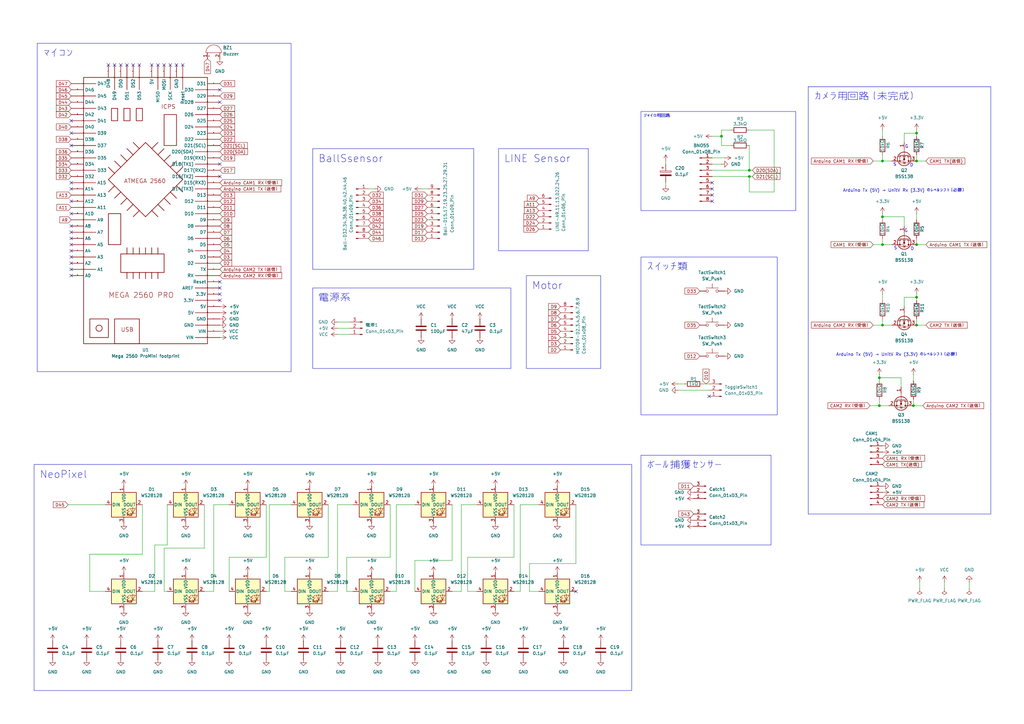
<source format=kicad_sch>
(kicad_sch (version 20231120) (generator "eeschema") (generator_version "8.0")
  (paper "A3")
  (title_block (title "メイン基板") (company "VEGA2025"))
  (junction (at 361.95 66.04))
  (junction (at 375.92 66.04))
  (junction (at 375.92 133.35))
  (junction (at 360.68 166.37))
  (junction (at 375.92 121.92))
  (junction (at 295.91 55.88))
  (junction (at 361.95 100.33))
  (junction (at 375.92 100.33))
  (junction (at 307.34 72.39))
  (junction (at 361.95 133.35))
  (junction (at 375.92 54.61))
  (junction (at 360.68 154.94))
  (junction (at 307.34 69.85))
  (junction (at 361.95 88.9))
  (junction (at 374.65 166.37))
  (no_connect (at 29.21 82.55))
  (no_connect (at 29.21 92.71))
  (no_connect (at 90.17 72.39))
  (no_connect (at 29.21 97.79))
  (no_connect (at 69.85 26.67))
  (no_connect (at 29.21 102.87))
  (no_connect (at 29.21 100.33))
  (no_connect (at 29.21 74.93))
  (no_connect (at 57.15 26.67))
  (no_connect (at 90.17 41.91))
  (no_connect (at 29.21 49.53))
  (no_connect (at 74.93 26.67))
  (no_connect (at 67.31 26.67))
  (no_connect (at 236.22 242.57))
  (no_connect (at 29.21 59.69))
  (no_connect (at 90.17 123.19))
  (no_connect (at 292.1 82.55))
  (no_connect (at 64.77 26.67))
  (no_connect (at 290.83 162.56))
  (no_connect (at 29.21 113.03))
  (no_connect (at 29.21 77.47))
  (no_connect (at 49.53 26.67))
  (no_connect (at 292.1 80.01))
  (no_connect (at 292.1 77.47))
  (no_connect (at 29.21 110.49))
  (no_connect (at 292.1 74.93))
  (no_connect (at 90.17 115.57))
  (no_connect (at 46.99 26.67))
  (no_connect (at 29.21 107.95))
  (no_connect (at 52.07 26.67))
  (no_connect (at 90.17 67.31))
  (no_connect (at 29.21 87.63))
  (no_connect (at 29.21 105.41))
  (no_connect (at 29.21 54.61))
  (no_connect (at 29.21 95.25))
  (no_connect (at 72.39 26.67))
  (no_connect (at 54.61 26.67))
  (no_connect (at 62.23 26.67))
  (no_connect (at 90.17 118.11))
  (no_connect (at 44.45 26.67))
  (no_connect (at 90.17 120.65))
  (no_connect (at 90.17 36.83))
  (wire (pts (xy 360.68 154.94) (xy 360.68 156.21)))
  (wire (pts (xy 170.18 229.87) (xy 170.18 242.57)))
  (wire (pts (xy 160.02 207.01) (xy 160.02 228.6)))
  (wire (pts (xy 375.92 53.34) (xy 375.92 54.61)))
  (wire (pts (xy 27.94 207.01) (xy 43.18 207.01)))
  (wire (pts (xy 292.1 64.77) (xy 297.18 64.77)))
  (wire (pts (xy 213.36 207.01) (xy 220.98 207.01)))
  (wire (pts (xy 374.65 166.37) (xy 378.46 166.37)))
  (wire (pts (xy 138.43 242.57) (xy 138.43 207.01)))
  (wire (pts (xy 307.34 78.74) (xy 307.34 72.39)))
  (wire (pts (xy 361.95 120.65) (xy 361.95 123.19)))
  (wire (pts (xy 191.77 242.57) (xy 195.58 242.57)))
  (wire (pts (xy 375.92 54.61) (xy 375.92 55.88)))
  (wire (pts (xy 374.65 163.83) (xy 374.65 166.37)))
  (wire (pts (xy 116.84 242.57) (xy 119.38 242.57)))
  (wire (pts (xy 36.83 242.57) (xy 43.18 242.57)))
  (wire (pts (xy 210.82 207.01) (xy 210.82 228.6)))
  (wire (pts (xy 93.98 228.6) (xy 109.22 228.6)))
  (wire (pts (xy 236.22 231.14) (xy 217.17 231.14)))
  (wire (pts (xy 116.84 228.6) (xy 116.84 242.57)))
  (wire (pts (xy 295.91 59.69) (xy 299.72 59.69)))
  (wire (pts (xy 375.92 87.63) (xy 375.92 90.17)))
  (wire (pts (xy 172.72 77.47) (xy 175.26 77.47)))
  (wire (pts (xy 185.42 207.01) (xy 185.42 229.87)))
  (wire (pts (xy 361.95 87.63) (xy 361.95 88.9)))
  (wire (pts (xy 63.5 223.52) (xy 68.58 223.52)))
  (wire (pts (xy 370.84 54.61) (xy 375.92 54.61)))
  (wire (pts (xy 358.14 133.35) (xy 361.95 133.35)))
  (wire (pts (xy 278.13 157.48) (xy 280.67 157.48)))
  (wire (pts (xy 151.13 77.47) (xy 153.67 77.47)))
  (wire (pts (xy 375.92 100.33) (xy 379.73 100.33)))
  (wire (pts (xy 360.68 154.94) (xy 369.57 154.94)))
  (wire (pts (xy 63.5 242.57) (xy 63.5 223.52)))
  (wire (pts (xy 273.05 66.04) (xy 273.05 67.31)))
  (wire (pts (xy 370.84 125.73) (xy 370.84 121.92)))
  (wire (pts (xy 83.82 207.01) (xy 83.82 224.79)))
  (wire (pts (xy 360.68 163.83) (xy 360.68 166.37)))
  (wire (pts (xy 110.49 242.57) (xy 110.49 207.01)))
  (wire (pts (xy 361.95 130.81) (xy 361.95 133.35)))
  (wire (pts (xy 36.83 227.33) (xy 36.83 242.57)))
  (wire (pts (xy 58.42 207.01) (xy 58.42 227.33)))
  (wire (pts (xy 83.82 242.57) (xy 87.63 242.57)))
  (wire (pts (xy 160.02 242.57) (xy 162.56 242.57)))
  (wire (pts (xy 138.43 207.01) (xy 144.78 207.01)))
  (wire (pts (xy 162.56 207.01) (xy 170.18 207.01)))
  (wire (pts (xy 307.34 69.85) (xy 292.1 69.85)))
  (wire (pts (xy 308.61 72.39) (xy 307.34 72.39)))
  (wire (pts (xy 189.23 242.57) (xy 189.23 207.01)))
  (wire (pts (xy 317.5 53.34) (xy 317.5 78.74)))
  (wire (pts (xy 278.13 160.02) (xy 290.83 160.02)))
  (wire (pts (xy 288.29 157.48) (xy 290.83 157.48)))
  (wire (pts (xy 307.34 59.69) (xy 307.34 69.85)))
  (wire (pts (xy 273.05 74.93) (xy 273.05 76.2)))
  (wire (pts (xy 358.14 100.33) (xy 361.95 100.33)))
  (wire (pts (xy 138.43 134.62) (xy 143.51 134.62)))
  (wire (pts (xy 83.82 224.79) (xy 67.31 224.79)))
  (wire (pts (xy 370.84 88.9) (xy 370.84 92.71)))
  (wire (pts (xy 375.92 120.65) (xy 375.92 121.92)))
  (wire (pts (xy 361.95 53.34) (xy 361.95 55.88)))
  (wire (pts (xy 369.57 158.75) (xy 369.57 154.94)))
  (wire (pts (xy 361.95 133.35) (xy 365.76 133.35)))
  (wire (pts (xy 358.14 66.04) (xy 361.95 66.04)))
  (wire (pts (xy 142.24 242.57) (xy 144.78 242.57)))
  (wire (pts (xy 375.92 133.35) (xy 379.73 133.35)))
  (wire (pts (xy 134.62 207.01) (xy 134.62 228.6)))
  (wire (pts (xy 370.84 58.42) (xy 370.84 54.61)))
  (wire (pts (xy 299.72 53.34) (xy 295.91 53.34)))
  (wire (pts (xy 295.91 59.69) (xy 295.91 55.88)))
  (wire (pts (xy 185.42 229.87) (xy 170.18 229.87)))
  (wire (pts (xy 58.42 227.33) (xy 36.83 227.33)))
  (wire (pts (xy 307.34 53.34) (xy 317.5 53.34)))
  (wire (pts (xy 307.34 72.39) (xy 292.1 72.39)))
  (wire (pts (xy 162.56 242.57) (xy 162.56 207.01)))
  (wire (pts (xy 68.58 223.52) (xy 68.58 207.01)))
  (wire (pts (xy 189.23 207.01) (xy 195.58 207.01)))
  (wire (pts (xy 295.91 55.88) (xy 295.91 53.34)))
  (wire (pts (xy 375.92 66.04) (xy 379.73 66.04)))
  (wire (pts (xy 361.95 97.79) (xy 361.95 100.33)))
  (wire (pts (xy 375.92 121.92) (xy 375.92 123.19)))
  (wire (pts (xy 360.68 153.67) (xy 360.68 154.94)))
  (wire (pts (xy 87.63 207.01) (xy 93.98 207.01)))
  (wire (pts (xy 370.84 121.92) (xy 375.92 121.92)))
  (wire (pts (xy 87.63 242.57) (xy 87.63 207.01)))
  (wire (pts (xy 138.43 137.16) (xy 143.51 137.16)))
  (wire (pts (xy 58.42 242.57) (xy 63.5 242.57)))
  (wire (pts (xy 375.92 130.81) (xy 375.92 133.35)))
  (wire (pts (xy 361.95 63.5) (xy 361.95 66.04)))
  (wire (pts (xy 387.35 238.76) (xy 387.35 241.3)))
  (wire (pts (xy 93.98 228.6) (xy 93.98 242.57)))
  (wire (pts (xy 374.65 153.67) (xy 374.65 156.21)))
  (wire (pts (xy 213.36 242.57) (xy 213.36 207.01)))
  (wire (pts (xy 361.95 88.9) (xy 361.95 90.17)))
  (wire (pts (xy 109.22 242.57) (xy 110.49 242.57)))
  (wire (pts (xy 375.92 63.5) (xy 375.92 66.04)))
  (wire (pts (xy 134.62 242.57) (xy 138.43 242.57)))
  (wire (pts (xy 134.62 228.6) (xy 116.84 228.6)))
  (wire (pts (xy 138.43 132.08) (xy 143.51 132.08)))
  (wire (pts (xy 191.77 228.6) (xy 191.77 242.57)))
  (wire (pts (xy 217.17 231.14) (xy 217.17 242.57)))
  (wire (pts (xy 370.84 88.9) (xy 361.95 88.9)))
  (wire (pts (xy 377.19 238.76) (xy 377.19 241.3)))
  (wire (pts (xy 308.61 69.85) (xy 307.34 69.85)))
  (wire (pts (xy 109.22 207.01) (xy 109.22 228.6)))
  (wire (pts (xy 317.5 78.74) (xy 307.34 78.74)))
  (wire (pts (xy 67.31 242.57) (xy 68.58 242.57)))
  (wire (pts (xy 360.68 166.37) (xy 364.49 166.37)))
  (wire (pts (xy 292.1 55.88) (xy 295.91 55.88)))
  (wire (pts (xy 160.02 228.6) (xy 142.24 228.6)))
  (wire (pts (xy 365.76 66.04) (xy 361.95 66.04)))
  (wire (pts (xy 217.17 242.57) (xy 220.98 242.57)))
  (wire (pts (xy 397.51 238.76) (xy 397.51 241.3)))
  (wire (pts (xy 210.82 242.57) (xy 213.36 242.57)))
  (wire (pts (xy 67.31 224.79) (xy 67.31 242.57)))
  (wire (pts (xy 142.24 228.6) (xy 142.24 242.57)))
  (wire (pts (xy 361.95 100.33) (xy 365.76 100.33)))
  (wire (pts (xy 292.1 67.31) (xy 295.91 67.31)))
  (wire (pts (xy 356.87 166.37) (xy 360.68 166.37)))
  (wire (pts (xy 375.92 97.79) (xy 375.92 100.33)))
  (wire (pts (xy 110.49 207.01) (xy 119.38 207.01)))
  (wire (pts (xy 210.82 228.6) (xy 191.77 228.6)))
  (wire (pts (xy 236.22 207.01) (xy 236.22 231.14)))
  (wire (pts (xy 185.42 242.57) (xy 189.23 242.57)))
  (text_box "スイッチ類" (at 262.89 105.41 0) (size 55.88 64.77) (effects (font (size 3 3)) (justify left top)))
  (text_box "電源系" (at 128.27 118.11 0) (size 81.28 33.02) (effects (font (size 3 3)) (justify left top)))
  (text_box "NeoPixel" (at 13.97 190.5 0) (size 245.11 92.71) (effects (font (size 3 3)) (justify left top)))
  (text_box "ボール捕獲センサー" (at 262.89 186.69 0) (size 53.34 36.83) (effects (font (size 3 3)) (justify left top)))
  (text_box "LINE Sensor" (at 204.47 60.96 0) (size 36.83 41.91) (effects (font (size 3 3)) (justify left top)))
  (text_box "カメラ用回路（未完成）" (at 331.47 35.56 0) (size 74.93 175.26) (effects (font (size 3 3)) (justify left top)))
  (text_box "ジャイロ用回路" (at 262.89 45.72 0) (size 63.5 40.64) (effects (font (size 1.27 1.27)) (justify left top)))
  (text_box "マイコン" (at 15.24 17.78 0) (size 104.14 134.62) (effects (font (size 3 3)) (justify left top)))
  (text_box "BallSsensor" (at 128.27 60.96 0) (size 66.04 49.53) (effects (font (size 3 3)) (justify left top)))
  (text_box "Motor" (at 215.9 113.03 0) (size 30.48 38.1) (effects (font (size 3 3)) (justify left top)))
  (text "Arduino Tx (5V) → UnitV Rx (3.3V) のレベルシフト（必要）" (at 370.84 78.232 0) (effects (font (size 1.27 1.27))))
  (text "G" (at 371.856 60.198 0) (effects (font (size 1.27 1.27))))
  (text "S" (at 367.03 67.564 0) (effects (font (size 1.27 1.27))))
  (text "D" (at 373.888 67.818 0) (effects (font (size 1.27 1.27))))
  (text "Arduino Tx (5V) → UnitV Rx (3.3V) のレベルシフト（必要）" (at 368.046 145.542 0) (effects (font (size 1.27 1.27))))
  (text "D" (at 374.142 102.108 0) (effects (font (size 1.27 1.27))))
  (text "G" (at 371.602 94.742 0) (effects (font (size 1.27 1.27))))
  (text "S" (at 367.284 101.854 0) (effects (font (size 1.27 1.27))))
  (global_label "Arduino CAM1 TX（送信）" (shape input) (at 90.17 77.47 0) (property "Intersheetrefs" "${INTERSHEET_REFS}" (effects (hide yes))))
  (global_label "D23" (shape input) (at 90.17 54.61 0) (property "Intersheetrefs" "${INTERSHEET_REFS}" (effects (hide yes))))
  (global_label "D35" (shape input) (at 287.02 133.35 180) (property "Intersheetrefs" "${INTERSHEET_REFS}" (effects (hide yes))))
  (global_label "D26" (shape input) (at 90.17 46.99 0) (property "Intersheetrefs" "${INTERSHEET_REFS}" (effects (hide yes))))
  (global_label "D44" (shape input) (at 29.21 41.91 180) (property "Intersheetrefs" "${INTERSHEET_REFS}" (effects (hide yes))))
  (global_label "Arduino CAM1 RX（受信）" (shape input) (at 358.14 66.04 180) (property "Intersheetrefs" "${INTERSHEET_REFS}" (effects (hide yes))))
  (global_label "Arduino CAM2 TX（送信）" (shape input) (at 90.17 110.49 0) (property "Intersheetrefs" "${INTERSHEET_REFS}" (effects (hide yes))))
  (global_label "D35" (shape input) (at 29.21 64.77 180) (property "Intersheetrefs" "${INTERSHEET_REFS}" (effects (hide yes))))
  (global_label "A9" (shape input) (at 220.98 81.28 180) (property "Intersheetrefs" "${INTERSHEET_REFS}" (effects (hide yes))))
  (global_label "D4" (shape input) (at 90.17 102.87 0) (property "Intersheetrefs" "${INTERSHEET_REFS}" (effects (hide yes))))
  (global_label "D43" (shape input) (at 29.21 44.45 180) (property "Intersheetrefs" "${INTERSHEET_REFS}" (effects (hide yes))))
  (global_label "D34" (shape input) (at 29.21 67.31 180) (property "Intersheetrefs" "${INTERSHEET_REFS}" (effects (hide yes))))
  (global_label "D8" (shape input) (at 90.17 92.71 0) (property "Intersheetrefs" "${INTERSHEET_REFS}" (effects (hide yes))))
  (global_label "D8" (shape input) (at 229.87 128.27 180) (property "Intersheetrefs" "${INTERSHEET_REFS}" (effects (hide yes))))
  (global_label "D38" (shape input) (at 29.21 57.15 180) (property "Intersheetrefs" "${INTERSHEET_REFS}" (effects (hide yes))))
  (global_label "D17" (shape input) (at 90.17 69.85 0) (property "Intersheetrefs" "${INTERSHEET_REFS}" (effects (hide yes))))
  (global_label "D9" (shape input) (at 90.17 90.17 0) (property "Intersheetrefs" "${INTERSHEET_REFS}" (effects (hide yes))))
  (global_label "D44" (shape input) (at 151.13 95.25 0) (property "Intersheetrefs" "${INTERSHEET_REFS}" (effects (hide yes))))
  (global_label "D9" (shape input) (at 229.87 125.73 180) (property "Intersheetrefs" "${INTERSHEET_REFS}" (effects (hide yes))))
  (global_label "D11" (shape input) (at 90.17 85.09 0) (property "Intersheetrefs" "${INTERSHEET_REFS}" (effects (hide yes))))
  (global_label "D2" (shape input) (at 90.17 107.95 0) (property "Intersheetrefs" "${INTERSHEET_REFS}" (effects (hide yes))))
  (global_label "A11" (shape input) (at 29.21 85.09 180) (property "Intersheetrefs" "${INTERSHEET_REFS}" (effects (hide yes))))
  (global_label "Arduino CAM2 RX（受信）" (shape input) (at 90.17 113.03 0) (property "Intersheetrefs" "${INTERSHEET_REFS}" (effects (hide yes))))
  (global_label "D22" (shape input) (at 90.17 57.15 0) (property "Intersheetrefs" "${INTERSHEET_REFS}" (effects (hide yes))))
  (global_label "D7" (shape input) (at 229.87 130.81 180) (property "Intersheetrefs" "${INTERSHEET_REFS}" (effects (hide yes))))
  (global_label "D20(SDA)" (shape input) (at 90.17 62.23 0) (property "Intersheetrefs" "${INTERSHEET_REFS}" (effects (hide yes))))
  (global_label "D45" (shape input) (at 27.94 207.01 180) (property "Intersheetrefs" "${INTERSHEET_REFS}" (effects (hide yes))))
  (global_label "D27" (shape input) (at 175.26 85.09 180) (property "Intersheetrefs" "${INTERSHEET_REFS}" (effects (hide yes))))
  (global_label "CAM2 TX（送信）" (shape input) (at 379.73 133.35 0) (property "Intersheetrefs" "${INTERSHEET_REFS}" (effects (hide yes))))
  (global_label "D42" (shape input) (at 29.21 46.99 180) (property "Intersheetrefs" "${INTERSHEET_REFS}" (effects (hide yes))))
  (global_label "D31" (shape input) (at 90.17 34.29 0) (property "Intersheetrefs" "${INTERSHEET_REFS}" (effects (hide yes))))
  (global_label "D31" (shape input) (at 175.26 80.01 180) (property "Intersheetrefs" "${INTERSHEET_REFS}" (effects (hide yes))))
  (global_label "D23" (shape input) (at 175.26 90.17 180) (property "Intersheetrefs" "${INTERSHEET_REFS}" (effects (hide yes))))
  (global_label "CAM1 RX（受信）" (shape input) (at 361.95 187.96 0) (property "Intersheetrefs" "${INTERSHEET_REFS}" (effects (hide yes))))
  (global_label "D40" (shape input) (at 29.21 52.07 180) (property "Intersheetrefs" "${INTERSHEET_REFS}" (effects (hide yes))))
  (global_label "D6" (shape input) (at 90.17 97.79 0) (property "Intersheetrefs" "${INTERSHEET_REFS}" (effects (hide yes))))
  (global_label "CAM2 RX（受信）" (shape input) (at 361.95 204.47 0) (property "Intersheetrefs" "${INTERSHEET_REFS}" (effects (hide yes))))
  (global_label "CAM1 TX(送信)" (shape input) (at 379.73 66.04 0) (property "Intersheetrefs" "${INTERSHEET_REFS}" (effects (hide yes))))
  (global_label "D32" (shape input) (at 29.21 72.39 180) (property "Intersheetrefs" "${INTERSHEET_REFS}" (effects (hide yes))))
  (global_label "D24" (shape input) (at 220.98 91.44 180) (property "Intersheetrefs" "${INTERSHEET_REFS}" (effects (hide yes))))
  (global_label "A11" (shape input) (at 220.98 83.82 180) (property "Intersheetrefs" "${INTERSHEET_REFS}" (effects (hide yes))))
  (global_label "D19" (shape input) (at 90.17 64.77 0) (property "Intersheetrefs" "${INTERSHEET_REFS}" (effects (hide yes))))
  (global_label "A9" (shape input) (at 29.21 90.17 180) (property "Intersheetrefs" "${INTERSHEET_REFS}" (effects (hide yes))))
  (global_label "Arduino CAM2 TX（送信）" (shape input) (at 378.46 166.37 0) (property "Intersheetrefs" "${INTERSHEET_REFS}" (effects (hide yes))))
  (global_label "D40" (shape input) (at 151.13 90.17 0) (property "Intersheetrefs" "${INTERSHEET_REFS}" (effects (hide yes))))
  (global_label "D34" (shape input) (at 151.13 82.55 0) (property "Intersheetrefs" "${INTERSHEET_REFS}" (effects (hide yes))))
  (global_label "D17" (shape input) (at 175.26 95.25 180) (property "Intersheetrefs" "${INTERSHEET_REFS}" (effects (hide yes))))
  (global_label "D12" (shape input) (at 90.17 82.55 0) (property "Intersheetrefs" "${INTERSHEET_REFS}" (effects (hide yes))))
  (global_label "Arduino CAM1 TX（送信）" (shape input) (at 379.73 100.33 0) (property "Intersheetrefs" "${INTERSHEET_REFS}" (effects (hide yes))))
  (global_label "D42" (shape input) (at 151.13 92.71 0) (property "Intersheetrefs" "${INTERSHEET_REFS}" (effects (hide yes))))
  (global_label "D20(SDA)" (shape input) (at 308.61 69.85 0) (property "Intersheetrefs" "${INTERSHEET_REFS}" (effects (hide yes))))
  (global_label "D5" (shape input) (at 229.87 135.89 180) (property "Intersheetrefs" "${INTERSHEET_REFS}" (effects (hide yes))))
  (global_label "D47" (shape input) (at 85.09 24.13 270) (property "Intersheetrefs" "${INTERSHEET_REFS}" (effects (hide yes))))
  (global_label "A13" (shape input) (at 29.21 80.01 180) (property "Intersheetrefs" "${INTERSHEET_REFS}" (effects (hide yes))))
  (global_label "CAM2 RX（受信）" (shape input) (at 356.87 166.37 180) (property "Intersheetrefs" "${INTERSHEET_REFS}" (effects (hide yes))))
  (global_label "D32" (shape input) (at 151.13 80.01 0) (property "Intersheetrefs" "${INTERSHEET_REFS}" (effects (hide yes))))
  (global_label "D5" (shape input) (at 90.17 100.33 0) (property "Intersheetrefs" "${INTERSHEET_REFS}" (effects (hide yes))))
  (global_label "Arduino CAM2 RX（受信）" (shape input) (at 358.14 133.35 180) (property "Intersheetrefs" "${INTERSHEET_REFS}" (effects (hide yes))))
  (global_label "D29" (shape input) (at 175.26 82.55 180) (property "Intersheetrefs" "${INTERSHEET_REFS}" (effects (hide yes))))
  (global_label "D46" (shape input) (at 151.13 97.79 0) (property "Intersheetrefs" "${INTERSHEET_REFS}" (effects (hide yes))))
  (global_label "D13" (shape input) (at 90.17 80.01 0) (property "Intersheetrefs" "${INTERSHEET_REFS}" (effects (hide yes))))
  (global_label "D45" (shape input) (at 29.21 39.37 180) (property "Intersheetrefs" "${INTERSHEET_REFS}" (effects (hide yes))))
  (global_label "D11" (shape input) (at 284.48 199.39 180) (property "Intersheetrefs" "${INTERSHEET_REFS}" (effects (hide yes))))
  (global_label "D12" (shape input) (at 287.02 146.05 180) (property "Intersheetrefs" "${INTERSHEET_REFS}" (effects (hide yes))))
  (global_label "D27" (shape input) (at 90.17 44.45 0) (property "Intersheetrefs" "${INTERSHEET_REFS}" (effects (hide yes))))
  (global_label "D33" (shape input) (at 287.02 119.38 180) (property "Intersheetrefs" "${INTERSHEET_REFS}" (effects (hide yes))))
  (global_label "D21(SCL)" (shape input) (at 308.61 72.39 0) (property "Intersheetrefs" "${INTERSHEET_REFS}" (effects (hide yes))))
  (global_label "D36" (shape input) (at 151.13 85.09 0) (property "Intersheetrefs" "${INTERSHEET_REFS}" (effects (hide yes))))
  (global_label "D10" (shape input) (at 289.56 157.48 90) (property "Intersheetrefs" "${INTERSHEET_REFS}" (effects (hide yes))))
  (global_label "D6" (shape input) (at 229.87 133.35 180) (property "Intersheetrefs" "${INTERSHEET_REFS}" (effects (hide yes))))
  (global_label "D24" (shape input) (at 90.17 52.07 0) (property "Intersheetrefs" "${INTERSHEET_REFS}" (effects (hide yes))))
  (global_label "D29" (shape input) (at 90.17 39.37 0) (property "Intersheetrefs" "${INTERSHEET_REFS}" (effects (hide yes))))
  (global_label "D7" (shape input) (at 90.17 95.25 0) (property "Intersheetrefs" "${INTERSHEET_REFS}" (effects (hide yes))))
  (global_label "CAM2 TX（送信）" (shape input) (at 361.95 207.01 0) (property "Intersheetrefs" "${INTERSHEET_REFS}" (effects (hide yes))))
  (global_label "D46" (shape input) (at 29.21 36.83 180) (property "Intersheetrefs" "${INTERSHEET_REFS}" (effects (hide yes))))
  (global_label "D13" (shape input) (at 175.26 97.79 180) (property "Intersheetrefs" "${INTERSHEET_REFS}" (effects (hide yes))))
  (global_label "CAM1 RX（受信）" (shape input) (at 358.14 100.33 180) (property "Intersheetrefs" "${INTERSHEET_REFS}" (effects (hide yes))))
  (global_label "D33" (shape input) (at 29.21 69.85 180) (property "Intersheetrefs" "${INTERSHEET_REFS}" (effects (hide yes))))
  (global_label "D10" (shape input) (at 90.17 87.63 0) (property "Intersheetrefs" "${INTERSHEET_REFS}" (effects (hide yes))))
  (global_label "D21(SCL)" (shape input) (at 90.17 59.69 0) (property "Intersheetrefs" "${INTERSHEET_REFS}" (effects (hide yes))))
  (global_label "D25" (shape input) (at 175.26 87.63 180) (property "Intersheetrefs" "${INTERSHEET_REFS}" (effects (hide yes))))
  (global_label "D2" (shape input) (at 229.87 143.51 180) (property "Intersheetrefs" "${INTERSHEET_REFS}" (effects (hide yes))))
  (global_label "D47" (shape input) (at 29.21 34.29 180) (property "Intersheetrefs" "${INTERSHEET_REFS}" (effects (hide yes))))
  (global_label "D43" (shape input) (at 284.48 210.82 180) (property "Intersheetrefs" "${INTERSHEET_REFS}" (effects (hide yes))))
  (global_label "D36" (shape input) (at 29.21 62.23 180) (property "Intersheetrefs" "${INTERSHEET_REFS}" (effects (hide yes))))
  (global_label "CAM1 TX(送信)" (shape input) (at 361.95 190.5 0) (property "Intersheetrefs" "${INTERSHEET_REFS}" (effects (hide yes))))
  (global_label "Arduino CAM1 RX（受信）" (shape input) (at 90.17 74.93 0) (property "Intersheetrefs" "${INTERSHEET_REFS}" (effects (hide yes))))
  (global_label "D4" (shape input) (at 229.87 138.43 180) (property "Intersheetrefs" "${INTERSHEET_REFS}" (effects (hide yes))))
  (global_label "A13" (shape input) (at 220.98 86.36 180) (property "Intersheetrefs" "${INTERSHEET_REFS}" (effects (hide yes))))
  (global_label "D25" (shape input) (at 90.17 49.53 0) (property "Intersheetrefs" "${INTERSHEET_REFS}" (effects (hide yes))))
  (global_label "D3" (shape input) (at 229.87 140.97 180) (property "Intersheetrefs" "${INTERSHEET_REFS}" (effects (hide yes))))
  (global_label "D38" (shape input) (at 151.13 87.63 0) (property "Intersheetrefs" "${INTERSHEET_REFS}" (effects (hide yes))))
  (global_label "D26" (shape input) (at 220.98 93.98 180) (property "Intersheetrefs" "${INTERSHEET_REFS}" (effects (hide yes))))
  (global_label "D3" (shape input) (at 90.17 105.41 0) (property "Intersheetrefs" "${INTERSHEET_REFS}" (effects (hide yes))))
  (global_label "D22" (shape input) (at 220.98 88.9 180) (property "Intersheetrefs" "${INTERSHEET_REFS}" (effects (hide yes))))
  (global_label "D19" (shape input) (at 175.26 92.71 180) (property "Intersheetrefs" "${INTERSHEET_REFS}" (effects (hide yes))))
  (symbol (lib_id "MAIN:Mega 2560 ProMini footprint") (at 34.29 140.97 0) (unit 1)
    (property "Reference" "U1" (at 59.69 143.51 0))
    (property "Value" "Mega 2560 ProMini footprint" (at 59.69 146.05 0))
    (property "Footprint" "MAIN:ARDUINO_MEGA_2560_PRO" (effects (hide yes)))
    (property "Datasheet" "https://www.arduino.cc" (effects (hide yes)))
    (property "Manufacturer Part" "Arduino Mega 2560 Pro Mini" (effects (hide yes)))
  )
  (symbol (lib_id "Switch:SW_Push") (at 292.1 133.35 0) (unit 1)
    (property "Reference" "TactSwitch2" (at 292.1 125.73 0))
    (property "Value" "SW_Push" (at 292.1 128.27 0))
    (property "Footprint" "MAIN:SW_TL1100EF160Q" (effects (hide yes)))
    (property "Description" "Push button switch, generic, two pins" (effects (hide yes)))
  )
  (symbol (lib_id "power:VCC") (at 196.85 130.81 0) (unit 1)
    (property "Reference" "#PWR04" (effects (hide yes)))
    (property "Value" "VCC" (at 196.85 125.73 0))
    (property "Description" "Power symbol creates a global label with name \"VCC\"" (effects (hide yes)))
  )
  (symbol (lib_id "power:GND") (at 170.18 270.51 0) (unit 1)
    (property "Reference" "#PWR057" (effects (hide yes)))
    (property "Value" "GND" (at 170.18 275.59 0))
    (property "Description" "Power symbol creates a global label with name \"GND\" , ground" (effects (hide yes)))
  )
  (symbol (lib_id "Device:C") (at 199.39 266.7 0) (unit 1)
    (property "Reference" "C16" (at 203.2 265.4299 0) (effects (justify left)))
    (property "Value" "0.1μF" (at 203.2 267.9699 0) (effects (justify left)))
    (property "Footprint" "Capacitor_SMD:C_0603_1608Metric_Pad1.08x0.95mm_HandSolder" (effects (hide yes)))
    (property "Description" "Unpolarized capacitor" (effects (hide yes)))
  )
  (symbol (lib_id "Device:C") (at 246.38 266.7 0) (unit 1)
    (property "Reference" "C19" (at 250.19 265.4299 0) (effects (justify left)))
    (property "Value" "0.1μF" (at 250.19 267.9699 0) (effects (justify left)))
    (property "Footprint" "Capacitor_SMD:C_0603_1608Metric_Pad1.08x0.95mm_HandSolder" (effects (hide yes)))
    (property "Description" "Unpolarized capacitor" (effects (hide yes)))
  )
  (symbol (lib_id "power:GND") (at 199.39 270.51 0) (unit 1)
    (property "Reference" "#PWR065" (effects (hide yes)))
    (property "Value" "GND" (at 199.39 275.59 0))
    (property "Description" "Power symbol creates a global label with name \"GND\" , ground" (effects (hide yes)))
  )
  (symbol (lib_id "LED:WS2812B") (at 101.6 242.57 0) (unit 1)
    (property "Reference" "D6" (at 113.03 236.2514 0))
    (property "Value" "WS2812B" (at 113.03 238.7914 0))
    (property "Footprint" "LED_SMD:LED_WS2812B_PLCC4_5.0x5.0mm_P3.2mm" (effects (hide yes)))
    (property "Datasheet" "https://cdn-shop.adafruit.com/datasheets/WS2812B.pdf" (effects (hide yes)))
    (property "Description" "RGB LED with integrated controller" (effects (hide yes)))
  )
  (symbol (lib_id "LED:WS2812B") (at 76.2 207.01 0) (unit 1)
    (property "Reference" "D3" (at 87.63 200.6914 0))
    (property "Value" "WS2812B" (at 87.63 203.2314 0))
    (property "Footprint" "LED_SMD:LED_WS2812B_PLCC4_5.0x5.0mm_P3.2mm" (effects (hide yes)))
    (property "Datasheet" "https://cdn-shop.adafruit.com/datasheets/WS2812B.pdf" (effects (hide yes)))
    (property "Description" "RGB LED with integrated controller" (effects (hide yes)))
  )
  (symbol (lib_id "power:GND") (at 172.72 138.43 0) (unit 1)
    (property "Reference" "#PWR05" (effects (hide yes)))
    (property "Value" "GND" (at 172.72 143.51 0))
    (property "Description" "Power symbol creates a global label with name \"GND\" , ground" (effects (hide yes)))
  )
  (symbol (lib_id "power:GND") (at 90.17 130.81 90) (unit 1)
    (property "Reference" "#PWR087" (effects (hide yes)))
    (property "Value" "GND" (at 93.98 130.8099 90) (effects (justify right)))
    (property "Description" "Power symbol creates a global label with name \"GND\" , ground" (effects (hide yes)))
  )
  (symbol (lib_id "power:GND") (at 297.18 133.35 90) (unit 1)
    (property "Reference" "#PWR088" (effects (hide yes)))
    (property "Value" "GND" (at 300.99 133.3499 90) (effects (justify right)))
    (property "Description" "Power symbol creates a global label with name \"GND\" , ground" (effects (hide yes)))
  )
  (symbol (lib_id "power:+5V") (at 139.7 262.89 0) (unit 1)
    (property "Reference" "#PWR048" (effects (hide yes)))
    (property "Value" "+5V" (at 139.7 257.81 0))
    (property "Description" "Power symbol creates a global label with name \"+5V\"" (effects (hide yes)))
  )
  (symbol (lib_id "power:+5V") (at 170.18 262.89 0) (unit 1)
    (property "Reference" "#PWR056" (effects (hide yes)))
    (property "Value" "+5V" (at 170.18 257.81 0))
    (property "Description" "Power symbol creates a global label with name \"+5V\"" (effects (hide yes)))
  )
  (symbol (lib_id "LED:WS2812B") (at 152.4 207.01 0) (unit 1)
    (property "Reference" "D9" (at 163.83 200.6914 0))
    (property "Value" "WS2812B" (at 163.83 203.2314 0))
    (property "Footprint" "LED_SMD:LED_WS2812B_PLCC4_5.0x5.0mm_P3.2mm" (effects (hide yes)))
    (property "Datasheet" "https://cdn-shop.adafruit.com/datasheets/WS2812B.pdf" (effects (hide yes)))
    (property "Description" "RGB LED with integrated controller" (effects (hide yes)))
  )
  (symbol (lib_id "power:GND") (at 177.8 250.19 0) (unit 1)
    (property "Reference" "#PWR055" (effects (hide yes)))
    (property "Value" "GND" (at 177.8 255.27 0))
    (property "Description" "Power symbol creates a global label with name \"GND\" , ground" (effects (hide yes)))
  )
  (symbol (lib_id "power:GND") (at 196.85 138.43 0) (unit 1)
    (property "Reference" "#PWR07" (effects (hide yes)))
    (property "Value" "GND" (at 196.85 143.51 0))
    (property "Description" "Power symbol creates a global label with name \"GND\" , ground" (effects (hide yes)))
  )
  (symbol (lib_id "power:+5V") (at 172.72 77.47 90) (unit 1)
    (property "Reference" "#PWR080" (effects (hide yes)))
    (property "Value" "+5V" (at 168.91 77.4699 90) (effects (justify left)))
    (property "Description" "Power symbol creates a global label with name \"+5V\"" (effects (hide yes)))
  )
  (symbol (lib_id "power:GND") (at 284.48 213.36 270) (unit 1)
    (property "Reference" "#PWR0102" (effects (hide yes)))
    (property "Value" "GND" (at 280.67 213.3599 90) (effects (justify right)))
    (property "Description" "Power symbol creates a global label with name \"GND\" , ground" (effects (hide yes)))
  )
  (symbol (lib_id "Connector:Conn_01x08_Pin") (at 287.02 72.39 0) (unit 1)
    (property "Reference" "BNO55" (at 287.655 59.69 0))
    (property "Value" "Conn_01x08_Pin" (at 287.655 62.23 0))
    (property "Footprint" "BNO055:BNO055" (effects (hide yes)))
    (property "Description" "Generic connector, single row, 01x08, script generated" (effects (hide yes)))
  )
  (symbol (lib_id "power:+5V") (at 284.48 215.9 90) (unit 1)
    (property "Reference" "#PWR0103" (effects (hide yes)))
    (property "Value" "+5V" (at 280.67 215.8999 90) (effects (justify left)))
    (property "Description" "Power symbol creates a global label with name \"+5V\"" (effects (hide yes)))
  )
  (symbol (lib_id "power:GND") (at 231.14 270.51 0) (unit 1)
    (property "Reference" "#PWR073" (effects (hide yes)))
    (property "Value" "GND" (at 231.14 275.59 0))
    (property "Description" "Power symbol creates a global label with name \"GND\" , ground" (effects (hide yes)))
  )
  (symbol (lib_id "power:+3.3V") (at 361.95 87.63 0) (unit 1)
    (property "Reference" "#PWR096" (effects (hide yes)))
    (property "Value" "+3.3V" (at 361.95 82.55 0))
    (property "Description" "Power symbol creates a global label with name \"+3.3V\"" (effects (hide yes)))
  )
  (symbol (lib_id "power:GND") (at 50.8 214.63 0) (unit 1)
    (property "Reference" "#PWR017" (effects (hide yes)))
    (property "Value" "GND" (at 50.8 219.71 0))
    (property "Description" "Power symbol creates a global label with name \"GND\" , ground" (effects (hide yes)))
  )
  (symbol (lib_id "Device:C") (at 93.98 266.7 0) (unit 1)
    (property "Reference" "C9" (at 97.79 265.4299 0) (effects (justify left)))
    (property "Value" "0.1μF" (at 97.79 267.9699 0) (effects (justify left)))
    (property "Footprint" "Capacitor_SMD:C_0603_1608Metric_Pad1.08x0.95mm_HandSolder" (effects (hide yes)))
    (property "Description" "Unpolarized capacitor" (effects (hide yes)))
  )
  (symbol (lib_id "Connector:Conn_01x03_Pin") (at 289.56 213.36 180) (unit 1)
    (property "Reference" "Catch2" (at 290.83 212.0899 0) (effects (justify right)))
    (property "Value" "Conn_01x03_Pin" (at 290.83 214.6299 0) (effects (justify right)))
    (property "Footprint" "Connector_JST:JST_XH_B3B-XH-A_1x03_P2.50mm_Vertical" (effects (hide yes)))
    (property "Description" "Generic connector, single row, 01x03, script generated" (effects (hide yes)))
  )
  (symbol (lib_id "power:GND") (at 90.17 133.35 90) (unit 1)
    (property "Reference" "#PWR085" (effects (hide yes)))
    (property "Value" "GND" (at 93.98 133.3499 90) (effects (justify right)))
    (property "Description" "Power symbol creates a global label with name \"GND\" , ground" (effects (hide yes)))
  )
  (symbol (lib_id "power:GND") (at 109.22 270.51 0) (unit 1)
    (property "Reference" "#PWR037" (effects (hide yes)))
    (property "Value" "GND" (at 109.22 275.59 0))
    (property "Description" "Power symbol creates a global label with name \"GND\" , ground" (effects (hide yes)))
  )
  (symbol (lib_id "LED:WS2812B") (at 127 242.57 0) (unit 1)
    (property "Reference" "D8" (at 138.43 236.2514 0))
    (property "Value" "WS2812B" (at 138.43 238.7914 0))
    (property "Footprint" "LED_SMD:LED_WS2812B_PLCC4_5.0x5.0mm_P3.2mm" (effects (hide yes)))
    (property "Datasheet" "https://cdn-shop.adafruit.com/datasheets/WS2812B.pdf" (effects (hide yes)))
    (property "Description" "RGB LED with integrated controller" (effects (hide yes)))
  )
  (symbol (lib_id "Transistor_FET:BSS138") (at 369.57 163.83 270) (unit 1)
    (property "Reference" "Q3" (at 369.57 170.18 90))
    (property "Value" "BSS138" (at 369.57 172.72 90))
    (property "Footprint" "Package_TO_SOT_SMD:SOT-23" (effects (hide yes)))
    (property "Datasheet" "https://www.onsemi.com/pub/Collateral/BSS138-D.PDF" (effects (hide yes)))
    (property "Description" "50V Vds, 0.22A Id, N-Channel MOSFET, SOT-23" (effects (hide yes)))
  )
  (symbol (lib_id "Device:C") (at 124.46 266.7 0) (unit 1)
    (property "Reference" "C11" (at 128.27 265.4299 0) (effects (justify left)))
    (property "Value" "0.1μF" (at 128.27 267.9699 0) (effects (justify left)))
    (property "Footprint" "Capacitor_SMD:C_0603_1608Metric_Pad1.08x0.95mm_HandSolder" (effects (hide yes)))
    (property "Description" "Unpolarized capacitor" (effects (hide yes)))
  )
  (symbol (lib_id "Device:C") (at 139.7 266.7 0) (unit 1)
    (property "Reference" "C12" (at 143.51 265.4299 0) (effects (justify left)))
    (property "Value" "0.1μF" (at 143.51 267.9699 0) (effects (justify left)))
    (property "Footprint" "Capacitor_SMD:C_0603_1608Metric_Pad1.08x0.95mm_HandSolder" (effects (hide yes)))
    (property "Description" "Unpolarized capacitor" (effects (hide yes)))
  )
  (symbol (lib_id "power:GND") (at 50.8 250.19 0) (unit 1)
    (property "Reference" "#PWR019" (effects (hide yes)))
    (property "Value" "GND" (at 50.8 255.27 0))
    (property "Description" "Power symbol creates a global label with name \"GND\" , ground" (effects (hide yes)))
  )
  (symbol (lib_id "LED:WS2812B") (at 177.8 242.57 0) (unit 1)
    (property "Reference" "D12" (at 189.23 236.2514 0))
    (property "Value" "WS2812B" (at 189.23 238.7914 0))
    (property "Footprint" "LED_SMD:LED_WS2812B_PLCC4_5.0x5.0mm_P3.2mm" (effects (hide yes)))
    (property "Datasheet" "https://cdn-shop.adafruit.com/datasheets/WS2812B.pdf" (effects (hide yes)))
    (property "Description" "RGB LED with integrated controller" (effects (hide yes)))
  )
  (symbol (lib_id "Device:R") (at 375.92 59.69 0) (unit 1)
    (property "Reference" "R7" (at 378.206 60.96 90) (effects (justify left)))
    (property "Value" "10kΩ" (at 375.92 62.23 90) (effects (justify left)))
    (property "Footprint" "Resistor_SMD:R_0603_1608Metric" (effects (hide yes)))
    (property "Description" "Resistor" (effects (hide yes)))
  )
  (symbol (lib_id "power:GND") (at 127 250.19 0) (unit 1)
    (property "Reference" "#PWR041" (effects (hide yes)))
    (property "Value" "GND" (at 127 255.27 0))
    (property "Description" "Power symbol creates a global label with name \"GND\" , ground" (effects (hide yes)))
  )
  (symbol (lib_id "Transistor_FET:BSS138") (at 370.84 97.79 270) (unit 1)
    (property "Reference" "Q1" (at 370.84 104.14 90))
    (property "Value" "BSS138" (at 370.84 106.68 90))
    (property "Footprint" "Package_TO_SOT_SMD:SOT-23" (effects (hide yes)))
    (property "Datasheet" "https://www.onsemi.com/pub/Collateral/BSS138-D.PDF" (effects (hide yes)))
    (property "Description" "50V Vds, 0.22A Id, N-Channel MOSFET, SOT-23" (effects (hide yes)))
  )
  (symbol (lib_id "Device:R") (at 361.95 93.98 0) (unit 1)
    (property "Reference" "R4" (at 364.236 95.25 90) (effects (justify left)))
    (property "Value" "10kΩ" (at 361.95 96.52 90) (effects (justify left)))
    (property "Footprint" "Resistor_SMD:R_0603_1608Metric" (effects (hide yes)))
    (property "Description" "Resistor" (effects (hide yes)))
  )
  (symbol (lib_id "power:+5V") (at 78.74 262.89 0) (unit 1)
    (property "Reference" "#PWR028" (effects (hide yes)))
    (property "Value" "+5V" (at 78.74 257.81 0))
    (property "Description" "Power symbol creates a global label with name \"+5V\"" (effects (hide yes)))
  )
  (symbol (lib_id "LED:WS2812B") (at 228.6 242.57 0) (unit 1)
    (property "Reference" "D16" (at 240.03 236.2514 0))
    (property "Value" "WS2812B" (at 240.03 238.7914 0))
    (property "Footprint" "LED_SMD:LED_WS2812B_PLCC4_5.0x5.0mm_P3.2mm" (effects (hide yes)))
    (property "Datasheet" "https://cdn-shop.adafruit.com/datasheets/WS2812B.pdf" (effects (hide yes)))
    (property "Description" "RGB LED with integrated controller" (effects (hide yes)))
  )
  (symbol (lib_id "power:GND") (at 139.7 270.51 0) (unit 1)
    (property "Reference" "#PWR049" (effects (hide yes)))
    (property "Value" "GND" (at 139.7 275.59 0))
    (property "Description" "Power symbol creates a global label with name \"GND\" , ground" (effects (hide yes)))
  )
  (symbol (lib_id "power:+5V") (at 199.39 262.89 0) (unit 1)
    (property "Reference" "#PWR064" (effects (hide yes)))
    (property "Value" "+5V" (at 199.39 257.81 0))
    (property "Description" "Power symbol creates a global label with name \"+5V\"" (effects (hide yes)))
  )
  (symbol (lib_id "power:+5V") (at 101.6 234.95 0) (unit 1)
    (property "Reference" "#PWR032" (effects (hide yes)))
    (property "Value" "+5V" (at 101.6 229.87 0))
    (property "Description" "Power symbol creates a global label with name \"+5V\"" (effects (hide yes)))
  )
  (symbol (lib_id "power:GND") (at 361.95 182.88 90) (unit 1)
    (property "Reference" "#PWR0107" (effects (hide yes)))
    (property "Value" "GND" (at 365.76 182.8799 90) (effects (justify right)))
    (property "Description" "Power symbol creates a global label with name \"GND\" , ground" (effects (hide yes)))
  )
  (symbol (lib_id "Device:C") (at 49.53 266.7 0) (unit 1)
    (property "Reference" "C6" (at 53.34 265.4299 0) (effects (justify left)))
    (property "Value" "0.1μF" (at 53.34 267.9699 0) (effects (justify left)))
    (property "Footprint" "Capacitor_SMD:C_0603_1608Metric_Pad1.08x0.95mm_HandSolder" (effects (hide yes)))
    (property "Description" "Unpolarized capacitor" (effects (hide yes)))
  )
  (symbol (lib_id "power:GND") (at 101.6 214.63 0) (unit 1)
    (property "Reference" "#PWR031" (effects (hide yes)))
    (property "Value" "GND" (at 101.6 219.71 0))
    (property "Description" "Power symbol creates a global label with name \"GND\" , ground" (effects (hide yes)))
  )
  (symbol (lib_id "power:VCC") (at 387.35 238.76 0) (unit 1)
    (property "Reference" "#PWR01" (effects (hide yes)))
    (property "Value" "VCC" (at 387.35 233.68 0))
    (property "Description" "Power symbol creates a global label with name \"VCC\"" (effects (hide yes)))
  )
  (symbol (lib_id "power:GND") (at 397.51 238.76 180) (unit 1)
    (property "Reference" "#PWR08" (effects (hide yes)))
    (property "Value" "GND" (at 397.51 233.68 0))
    (property "Description" "Power symbol creates a global label with name \"GND\" , ground" (effects (hide yes)))
  )
  (symbol (lib_id "power:GND") (at 138.43 132.08 270) (unit 1)
    (property "Reference" "#PWR076" (effects (hide yes)))
    (property "Value" "GND" (at 134.62 132.0799 90) (effects (justify right)))
    (property "Description" "Power symbol creates a global label with name \"GND\" , ground" (effects (hide yes)))
  )
  (symbol (lib_id "power:+5V") (at 154.94 262.89 0) (unit 1)
    (property "Reference" "#PWR050" (effects (hide yes)))
    (property "Value" "+5V" (at 154.94 257.81 0))
    (property "Description" "Power symbol creates a global label with name \"+5V\"" (effects (hide yes)))
  )
  (symbol (lib_id "LED:WS2812B") (at 50.8 242.57 0) (unit 1)
    (property "Reference" "D2" (at 62.23 236.2514 0))
    (property "Value" "WS2812B" (at 62.23 238.7914 0))
    (property "Footprint" "LED_SMD:LED_WS2812B_PLCC4_5.0x5.0mm_P3.2mm" (effects (hide yes)))
    (property "Datasheet" "https://cdn-shop.adafruit.com/datasheets/WS2812B.pdf" (effects (hide yes)))
    (property "Description" "RGB LED with integrated controller" (effects (hide yes)))
  )
  (symbol (lib_id "power:VCC") (at 138.43 137.16 90) (unit 1)
    (property "Reference" "#PWR012" (effects (hide yes)))
    (property "Value" "VCC" (at 134.62 137.1599 90) (effects (justify left)))
    (property "Description" "Power symbol creates a global label with name \"VCC\"" (effects (hide yes)))
  )
  (symbol (lib_id "power:+5V") (at 203.2 234.95 0) (unit 1)
    (property "Reference" "#PWR062" (effects (hide yes)))
    (property "Value" "+5V" (at 203.2 229.87 0))
    (property "Description" "Power symbol creates a global label with name \"+5V\"" (effects (hide yes)))
  )
  (symbol (lib_id "Connector:Conn_01x04_Pin") (at 356.87 201.93 0) (unit 1)
    (property "Reference" "CAM2" (at 357.505 194.31 0))
    (property "Value" "Conn_01x04_Pin" (at 357.505 196.85 0))
    (property "Footprint" "Groveconn:GROVE-HW4-2.0" (effects (hide yes)))
    (property "Description" "Generic connector, single row, 01x04, script generated" (effects (hide yes)))
  )
  (symbol (lib_id "power:+5V") (at 185.42 262.89 0) (unit 1)
    (property "Reference" "#PWR058" (effects (hide yes)))
    (property "Value" "+5V" (at 185.42 257.81 0))
    (property "Description" "Power symbol creates a global label with name \"+5V\"" (effects (hide yes)))
  )
  (symbol (lib_id "Device:C") (at 78.74 266.7 0) (unit 1)
    (property "Reference" "C8" (at 82.55 265.4299 0) (effects (justify left)))
    (property "Value" "0.1μF" (at 82.55 267.9699 0) (effects (justify left)))
    (property "Footprint" "Capacitor_SMD:C_0603_1608Metric_Pad1.08x0.95mm_HandSolder" (effects (hide yes)))
    (property "Description" "Unpolarized capacitor" (effects (hide yes)))
  )
  (symbol (lib_id "power:GND") (at 278.13 160.02 270) (unit 1)
    (property "Reference" "#PWR093" (effects (hide yes)))
    (property "Value" "GND" (at 274.32 160.0199 90) (effects (justify right)))
    (property "Description" "Power symbol creates a global label with name \"GND\" , ground" (effects (hide yes)))
  )
  (symbol (lib_id "power:+5V") (at 76.2 234.95 0) (unit 1)
    (property "Reference" "#PWR024" (effects (hide yes)))
    (property "Value" "+5V" (at 76.2 229.87 0))
    (property "Description" "Power symbol creates a global label with name \"+5V\"" (effects (hide yes)))
  )
  (symbol (lib_id "power:GND") (at 273.05 76.2 0) (unit 1)
    (property "Reference" "#PWR092" (effects (hide yes)))
    (property "Value" "GND" (at 273.05 81.28 0))
    (property "Description" "Power symbol creates a global label with name \"GND\" , ground" (effects (hide yes)))
  )
  (symbol (lib_id "power:+5V") (at 76.2 199.39 0) (unit 1)
    (property "Reference" "#PWR022" (effects (hide yes)))
    (property "Value" "+5V" (at 76.2 194.31 0))
    (property "Description" "Power symbol creates a global label with name \"+5V\"" (effects (hide yes)))
  )
  (symbol (lib_id "Device:R") (at 360.68 160.02 0) (unit 1)
    (property "Reference" "R8" (at 362.966 161.29 90) (effects (justify left)))
    (property "Value" "10kΩ" (at 360.68 162.56 90) (effects (justify left)))
    (property "Footprint" "Resistor_SMD:R_0603_1608Metric" (effects (hide yes)))
    (property "Description" "Resistor" (effects (hide yes)))
  )
  (symbol (lib_id "power:GND") (at 185.42 138.43 0) (unit 1)
    (property "Reference" "#PWR06" (effects (hide yes)))
    (property "Value" "GND" (at 185.42 143.51 0))
    (property "Description" "Power symbol creates a global label with name \"GND\" , ground" (effects (hide yes)))
  )
  (symbol (lib_id "power:+5V") (at 377.19 238.76 0) (unit 1)
    (property "Reference" "#PWR09" (effects (hide yes)))
    (property "Value" "+5V" (at 377.19 233.68 0))
    (property "Description" "Power symbol creates a global label with name \"+5V\"" (effects (hide yes)))
  )
  (symbol (lib_id "Device:C") (at 109.22 266.7 0) (unit 1)
    (property "Reference" "C10" (at 113.03 265.4299 0) (effects (justify left)))
    (property "Value" "0.1μF" (at 113.03 267.9699 0) (effects (justify left)))
    (property "Footprint" "Capacitor_SMD:C_0603_1608Metric_Pad1.08x0.95mm_HandSolder" (effects (hide yes)))
    (property "Description" "Unpolarized capacitor" (effects (hide yes)))
  )
  (symbol (lib_id "power:GND") (at 76.2 250.19 0) (unit 1)
    (property "Reference" "#PWR025" (effects (hide yes)))
    (property "Value" "GND" (at 76.2 255.27 0))
    (property "Description" "Power symbol creates a global label with name \"GND\" , ground" (effects (hide yes)))
  )
  (symbol (lib_id "Device:C") (at 154.94 266.7 0) (unit 1)
    (property "Reference" "C13" (at 158.75 265.4299 0) (effects (justify left)))
    (property "Value" "0.1μF" (at 158.75 267.9699 0) (effects (justify left)))
    (property "Footprint" "Capacitor_SMD:C_0603_1608Metric_Pad1.08x0.95mm_HandSolder" (effects (hide yes)))
    (property "Description" "Unpolarized capacitor" (effects (hide yes)))
  )
  (symbol (lib_id "power:+5V") (at 361.95 120.65 0) (unit 1)
    (property "Reference" "#PWR0110" (effects (hide yes)))
    (property "Value" "+5V" (at 361.95 115.57 0))
    (property "Description" "Power symbol creates a global label with name \"+5V\"" (effects (hide yes)))
  )
  (symbol (lib_id "power:+5V") (at 374.65 153.67 0) (unit 1)
    (property "Reference" "#PWR0108" (effects (hide yes)))
    (property "Value" "+5V" (at 374.65 148.59 0))
    (property "Description" "Power symbol creates a global label with name \"+5V\"" (effects (hide yes)))
  )
  (symbol (lib_id "power:+5V") (at 177.8 234.95 0) (unit 1)
    (property "Reference" "#PWR054" (effects (hide yes)))
    (property "Value" "+5V" (at 177.8 229.87 0))
    (property "Description" "Power symbol creates a global label with name \"+5V\"" (effects (hide yes)))
  )
  (symbol (lib_id "Device:C") (at 185.42 134.62 0) (unit 1)
    (property "Reference" "C2" (at 189.23 133.3499 0) (effects (justify left)))
    (property "Value" "47μF" (at 189.23 135.8899 0) (effects (justify left)))
    (property "Footprint" "Capacitor_THT:CP_Radial_D5.0mm_P2.50mm" (effects (hide yes)))
    (property "Description" "Unpolarized capacitor" (effects (hide yes)))
  )
  (symbol (lib_id "Connector:Conn_01x03_Pin") (at 148.59 134.62 180) (unit 1)
    (property "Reference" "電源1" (at 149.86 133.3499 0) (effects (justify right)))
    (property "Value" "Conn_01x03_Pin" (at 149.86 135.8899 0) (effects (justify right)))
    (property "Footprint" "Connector_JST:JST_XH_B3B-XH-A_1x03_P2.50mm_Vertical" (effects (hide yes)))
    (property "Description" "Generic connector, single row, 01x03, script generated" (effects (hide yes)))
  )
  (symbol (lib_id "power:+5V") (at 297.18 64.77 270) (unit 1)
    (property "Reference" "#PWR083" (effects (hide yes)))
    (property "Value" "+5V" (at 300.99 64.7699 90) (effects (justify left)))
    (property "Description" "Power symbol creates a global label with name \"+5V\"" (effects (hide yes)))
  )
  (symbol (lib_id "power:GND") (at 297.18 119.38 90) (unit 1)
    (property "Reference" "#PWR077" (effects (hide yes)))
    (property "Value" "GND" (at 300.99 119.3799 90) (effects (justify right)))
    (property "Description" "Power symbol creates a global label with name \"GND\" , ground" (effects (hide yes)))
  )
  (symbol (lib_id "power:+5V") (at 64.77 262.89 0) (unit 1)
    (property "Reference" "#PWR026" (effects (hide yes)))
    (property "Value" "+5V" (at 64.77 257.81 0))
    (property "Description" "Power symbol creates a global label with name \"+5V\"" (effects (hide yes)))
  )
  (symbol (lib_id "Device:R") (at 303.53 59.69 90) (unit 1)
    (property "Reference" "R2" (at 303.53 56.134 90))
    (property "Value" "3.3kΩ" (at 303.53 57.658 90))
    (property "Footprint" "Resistor_SMD:R_0805_2012Metric_Pad1.20x1.40mm_HandSolder" (effects (hide yes)))
    (property "Description" "Resistor" (effects (hide yes)))
  )
  (symbol (lib_id "Device:R") (at 284.48 157.48 90) (unit 1)
    (property "Reference" "R1" (at 284.48 155.448 90))
    (property "Value" "1kΩ" (at 284.48 157.48 90))
    (property "Footprint" "Resistor_SMD:R_0805_2012Metric_Pad1.20x1.40mm_HandSolder" (effects (hide yes)))
    (property "Description" "Resistor" (effects (hide yes)))
  )
  (symbol (lib_id "power:+5V") (at 284.48 204.47 90) (unit 1)
    (property "Reference" "#PWR0100" (effects (hide yes)))
    (property "Value" "+5V" (at 280.67 204.4699 90) (effects (justify left)))
    (property "Description" "Power symbol creates a global label with name \"+5V\"" (effects (hide yes)))
  )
  (symbol (lib_id "power:GND") (at 214.63 270.51 0) (unit 1)
    (property "Reference" "#PWR067" (effects (hide yes)))
    (property "Value" "GND" (at 214.63 275.59 0))
    (property "Description" "Power symbol creates a global label with name \"GND\" , ground" (effects (hide yes)))
  )
  (symbol (lib_id "power:VCC") (at 172.72 130.81 0) (unit 1)
    (property "Reference" "#PWR02" (effects (hide yes)))
    (property "Value" "VCC" (at 172.72 125.73 0))
    (property "Description" "Power symbol creates a global label with name \"VCC\"" (effects (hide yes)))
  )
  (symbol (lib_id "power:+5V") (at 273.05 66.04 0) (unit 1)
    (property "Reference" "#PWR091" (effects (hide yes)))
    (property "Value" "+5V" (at 273.05 60.96 0))
    (property "Description" "Power symbol creates a global label with name \"+5V\"" (effects (hide yes)))
  )
  (symbol (lib_id "power:+5V") (at 214.63 262.89 0) (unit 1)
    (property "Reference" "#PWR066" (effects (hide yes)))
    (property "Value" "+5V" (at 214.63 257.81 0))
    (property "Description" "Power symbol creates a global label with name \"+5V\"" (effects (hide yes)))
  )
  (symbol (lib_id "power:+5V") (at 231.14 262.89 0) (unit 1)
    (property "Reference" "#PWR072" (effects (hide yes)))
    (property "Value" "+5V" (at 231.14 257.81 0))
    (property "Description" "Power symbol creates a global label with name \"+5V\"" (effects (hide yes)))
  )
  (symbol (lib_id "power:+5V") (at 50.8 199.39 0) (unit 1)
    (property "Reference" "#PWR016" (effects (hide yes)))
    (property "Value" "+5V" (at 50.8 194.31 0))
    (property "Description" "Power symbol creates a global label with name \"+5V\"" (effects (hide yes)))
  )
  (symbol (lib_id "power:PWR_FLAG") (at 397.51 241.3 180) (unit 1)
    (property "Reference" "#FLG02" (effects (hide yes)))
    (property "Value" "PWR_FLAG" (at 397.51 246.38 0))
    (property "Description" "Special symbol for telling ERC where power comes from" (effects (hide yes)))
  )
  (symbol (lib_id "power:GND") (at 64.77 270.51 0) (unit 1)
    (property "Reference" "#PWR027" (effects (hide yes)))
    (property "Value" "GND" (at 64.77 275.59 0))
    (property "Description" "Power symbol creates a global label with name \"GND\" , ground" (effects (hide yes)))
  )
  (symbol (lib_id "power:+5V") (at 124.46 262.89 0) (unit 1)
    (property "Reference" "#PWR042" (effects (hide yes)))
    (property "Value" "+5V" (at 124.46 257.81 0))
    (property "Description" "Power symbol creates a global label with name \"+5V\"" (effects (hide yes)))
  )
  (symbol (lib_id "Device:R") (at 375.92 127 0) (unit 1)
    (property "Reference" "R11" (at 378.206 128.27 90) (effects (justify left)))
    (property "Value" "10kΩ" (at 375.92 129.54 90) (effects (justify left)))
    (property "Footprint" "Resistor_SMD:R_0603_1608Metric" (effects (hide yes)))
    (property "Description" "Resistor" (effects (hide yes)))
  )
  (symbol (lib_id "power:+5V") (at 138.43 134.62 90) (unit 1)
    (property "Reference" "#PWR013" (effects (hide yes)))
    (property "Value" "+5V" (at 134.62 134.6199 90) (effects (justify left)))
    (property "Description" "Power symbol creates a global label with name \"+5V\"" (effects (hide yes)))
  )
  (symbol (lib_id "power:+5V") (at 127 199.39 0) (unit 1)
    (property "Reference" "#PWR038" (effects (hide yes)))
    (property "Value" "+5V" (at 127 194.31 0))
    (property "Description" "Power symbol creates a global label with name \"+5V\"" (effects (hide yes)))
  )
  (symbol (lib_id "LED:WS2812B") (at 177.8 207.01 0) (unit 1)
    (property "Reference" "D11" (at 189.23 200.6914 0))
    (property "Value" "WS2812B" (at 189.23 203.2314 0))
    (property "Footprint" "LED_SMD:LED_WS2812B_PLCC4_5.0x5.0mm_P3.2mm" (effects (hide yes)))
    (property "Datasheet" "https://cdn-shop.adafruit.com/datasheets/WS2812B.pdf" (effects (hide yes)))
    (property "Description" "RGB LED with integrated controller" (effects (hide yes)))
  )
  (symbol (lib_id "power:GND") (at 49.53 270.51 0) (unit 1)
    (property "Reference" "#PWR021" (effects (hide yes)))
    (property "Value" "GND" (at 49.53 275.59 0))
    (property "Description" "Power symbol creates a global label with name \"GND\" , ground" (effects (hide yes)))
  )
  (symbol (lib_id "power:GND") (at 152.4 214.63 0) (unit 1)
    (property "Reference" "#PWR045" (effects (hide yes)))
    (property "Value" "GND" (at 152.4 219.71 0))
    (property "Description" "Power symbol creates a global label with name \"GND\" , ground" (effects (hide yes)))
  )
  (symbol (lib_id "power:+5V") (at 127 234.95 0) (unit 1)
    (property "Reference" "#PWR040" (effects (hide yes)))
    (property "Value" "+5V" (at 127 229.87 0))
    (property "Description" "Power symbol creates a global label with name \"+5V\"" (effects (hide yes)))
  )
  (symbol (lib_name "PWR_FLAG_1") (lib_id "power:PWR_FLAG") (at 377.19 241.3 180) (unit 1)
    (property "Reference" "#FLG03" (effects (hide yes)))
    (property "Value" "PWR_FLAG" (at 377.19 246.38 0))
    (property "Description" "Special symbol for telling ERC where power comes from" (effects (hide yes)))
  )
  (symbol (lib_id "Transistor_FET:BSS138") (at 370.84 130.81 270) (unit 1)
    (property "Reference" "Q4" (at 370.84 137.16 90))
    (property "Value" "BSS138" (at 370.84 139.7 90))
    (property "Footprint" "Package_TO_SOT_SMD:SOT-23" (effects (hide yes)))
    (property "Datasheet" "https://www.onsemi.com/pub/Collateral/BSS138-D.PDF" (effects (hide yes)))
    (property "Description" "50V Vds, 0.22A Id, N-Channel MOSFET, SOT-23" (effects (hide yes)))
  )
  (symbol (lib_id "Switch:SW_Push") (at 292.1 119.38 0) (unit 1)
    (property "Reference" "TactSwitch1" (at 292.1 111.76 0))
    (property "Value" "SW_Push" (at 292.1 114.3 0))
    (property "Footprint" "Button_Switch_THT:SW_PUSH_6mm" (effects (hide yes)))
    (property "Description" "Push button switch, generic, two pins" (effects (hide yes)))
  )
  (symbol (lib_id "Device:Buzzer") (at 87.63 21.59 90) (unit 1)
    (property "Reference" "BZ1" (at 91.44 19.5648 90) (effects (justify right)))
    (property "Value" "Buzzer" (at 91.44 22.1048 90) (effects (justify right)))
    (property "Footprint" "MAIN:Buzzer UDX01CLFPH" (effects (hide yes)))
    (property "Description" "Buzzer, polarized" (effects (hide yes)))
  )
  (symbol (lib_id "power:GND") (at 127 214.63 0) (unit 1)
    (property "Reference" "#PWR039" (effects (hide yes)))
    (property "Value" "GND" (at 127 219.71 0))
    (property "Description" "Power symbol creates a global label with name \"GND\" , ground" (effects (hide yes)))
  )
  (symbol (lib_id "power:GND") (at 78.74 270.51 0) (unit 1)
    (property "Reference" "#PWR029" (effects (hide yes)))
    (property "Value" "GND" (at 78.74 275.59 0))
    (property "Description" "Power symbol creates a global label with name \"GND\" , ground" (effects (hide yes)))
  )
  (symbol (lib_id "power:+5V") (at 90.17 125.73 270) (unit 1)
    (property "Reference" "#PWR081" (effects (hide yes)))
    (property "Value" "+5V" (at 93.98 125.7299 90) (effects (justify left)))
    (property "Description" "Power symbol creates a global label with name \"+5V\"" (effects (hide yes)))
  )
  (symbol (lib_id "power:+5V") (at 375.92 87.63 0) (unit 1)
    (property "Reference" "#PWR097" (effects (hide yes)))
    (property "Value" "+5V" (at 375.92 82.55 0))
    (property "Description" "Power symbol creates a global label with name \"+5V\"" (effects (hide yes)))
  )
  (symbol (lib_id "power:GND") (at 246.38 270.51 0) (unit 1)
    (property "Reference" "#PWR075" (effects (hide yes)))
    (property "Value" "GND" (at 246.38 275.59 0))
    (property "Description" "Power symbol creates a global label with name \"GND\" , ground" (effects (hide yes)))
  )
  (symbol (lib_id "power:+5V") (at 90.17 128.27 270) (unit 1)
    (property "Reference" "#PWR086" (effects (hide yes)))
    (property "Value" "+5V" (at 93.98 128.2699 90) (effects (justify left)))
    (property "Description" "Power symbol creates a global label with name \"+5V\"" (effects (hide yes)))
  )
  (symbol (lib_id "Connector:Conn_01x09_Pin") (at 146.05 87.63 0) (unit 1)
    (property "Reference" "Ball-D32.34.36.38.40.42.44.46" (at 141.478 87.63 90))
    (property "Value" "Conn_01x09_Pin" (at 144.018 87.63 90))
    (property "Footprint" "Connector_PinSocket_2.54mm:PinSocket_1x09_P2.54mm_Vertical" (effects (hide yes)))
    (property "Description" "Generic connector, single row, 01x09, script generated" (effects (hide yes)))
  )
  (symbol (lib_id "Device:C_Polarized") (at 273.05 71.12 0) (unit 1)
    (property "Reference" "C20" (at 276.86 68.9609 0) (effects (justify left)))
    (property "Value" "0.1μF" (at 276.86 71.5009 0) (effects (justify left)))
    (property "Footprint" "Capacitor_SMD:C_0603_1608Metric_Pad1.08x0.95mm_HandSolder" (effects (hide yes)))
    (property "Description" "Polarized capacitor" (effects (hide yes)))
  )
  (symbol (lib_id "power:GND") (at 177.8 214.63 0) (unit 1)
    (property "Reference" "#PWR053" (effects (hide yes)))
    (property "Value" "GND" (at 177.8 219.71 0))
    (property "Description" "Power symbol creates a global label with name \"GND\" , ground" (effects (hide yes)))
  )
  (symbol (lib_id "power:+5V") (at 49.53 262.89 0) (unit 1)
    (property "Reference" "#PWR020" (effects (hide yes)))
    (property "Value" "+5V" (at 49.53 257.81 0))
    (property "Description" "Power symbol creates a global label with name \"+5V\"" (effects (hide yes)))
  )
  (symbol (lib_id "power:GND") (at 284.48 201.93 270) (unit 1)
    (property "Reference" "#PWR0101" (effects (hide yes)))
    (property "Value" "GND" (at 280.67 201.9299 90) (effects (justify right)))
    (property "Description" "Power symbol creates a global label with name \"GND\" , ground" (effects (hide yes)))
  )
  (symbol (lib_id "Device:C") (at 21.59 266.7 0) (unit 1)
    (property "Reference" "C4" (at 25.4 265.4299 0) (effects (justify left)))
    (property "Value" "0.1μF" (at 25.4 267.9699 0) (effects (justify left)))
    (property "Footprint" "Capacitor_SMD:C_0603_1608Metric_Pad1.08x0.95mm_HandSolder" (effects (hide yes)))
    (property "Description" "Unpolarized capacitor" (effects (hide yes)))
  )
  (symbol (lib_id "power:GND") (at 361.95 199.39 90) (unit 1)
    (property "Reference" "#PWR0104" (effects (hide yes)))
    (property "Value" "GND" (at 365.76 199.3899 90) (effects (justify right)))
    (property "Description" "Power symbol creates a global label with name \"GND\" , ground" (effects (hide yes)))
  )
  (symbol (lib_id "Device:C") (at 172.72 134.62 0) (unit 1)
    (property "Reference" "C1" (at 176.53 133.3499 0) (effects (justify left)))
    (property "Value" "100μF" (at 176.53 135.8899 0) (effects (justify left)))
    (property "Footprint" "Capacitor_THT:CP_Radial_D5.0mm_P2.50mm" (effects (hide yes)))
    (property "Description" "Unpolarized capacitor" (effects (hide yes)))
  )
  (symbol (lib_id "Switch:SW_Push") (at 292.1 146.05 0) (unit 1)
    (property "Reference" "TactSwitch3" (at 292.1 138.43 0))
    (property "Value" "SW_Push" (at 292.1 140.97 0))
    (property "Footprint" "Button_Switch_THT:SW_PUSH_6mm" (effects (hide yes)))
    (property "Description" "Push button switch, generic, two pins" (effects (hide yes)))
  )
  (symbol (lib_id "power:PWR_FLAG") (at 387.35 241.3 180) (unit 1)
    (property "Reference" "#FLG01" (effects (hide yes)))
    (property "Value" "PWR_FLAG" (at 387.35 246.38 0))
    (property "Description" "Special symbol for telling ERC where power comes from" (effects (hide yes)))
  )
  (symbol (lib_id "power:GND") (at 35.56 270.51 0) (unit 1)
    (property "Reference" "#PWR015" (effects (hide yes)))
    (property "Value" "GND" (at 35.56 275.59 0))
    (property "Description" "Power symbol creates a global label with name \"GND\" , ground" (effects (hide yes)))
  )
  (symbol (lib_id "power:+5V") (at 177.8 199.39 0) (unit 1)
    (property "Reference" "#PWR052" (effects (hide yes)))
    (property "Value" "+5V" (at 177.8 194.31 0))
    (property "Description" "Power symbol creates a global label with name \"+5V\"" (effects (hide yes)))
  )
  (symbol (lib_id "power:+5V") (at 361.95 53.34 0) (unit 1)
    (property "Reference" "#PWR099" (effects (hide yes)))
    (property "Value" "+5V" (at 361.95 48.26 0))
    (property "Description" "Power symbol creates a global label with name \"+5V\"" (effects (hide yes)))
  )
  (symbol (lib_id "Connector:Conn_01x03_Pin") (at 295.91 160.02 180) (unit 1)
    (property "Reference" "ToggleSwitch1" (at 297.18 158.7499 0) (effects (justify right)))
    (property "Value" "Conn_01x03_Pin" (at 297.18 161.2899 0) (effects (justify right)))
    (property "Footprint" "Connector_PinSocket_2.54mm:PinSocket_1x03_P2.54mm_Vertical" (effects (hide yes)))
    (property "Description" "Generic connector, single row, 01x03, script generated" (effects (hide yes)))
  )
  (symbol (lib_id "LED:WS2812B") (at 228.6 207.01 0) (unit 1)
    (property "Reference" "D15" (at 240.03 200.6914 0))
    (property "Value" "WS2812B" (at 240.03 203.2314 0))
    (property "Footprint" "LED_SMD:LED_WS2812B_PLCC4_5.0x5.0mm_P3.2mm" (effects (hide yes)))
    (property "Datasheet" "https://cdn-shop.adafruit.com/datasheets/WS2812B.pdf" (effects (hide yes)))
    (property "Description" "RGB LED with integrated controller" (effects (hide yes)))
  )
  (symbol (lib_id "power:GND") (at 153.67 77.47 90) (unit 1)
    (property "Reference" "#PWR079" (effects (hide yes)))
    (property "Value" "GND" (at 157.48 77.4699 90) (effects (justify right)))
    (property "Description" "Power symbol creates a global label with name \"GND\" , ground" (effects (hide yes)))
  )
  (symbol (lib_id "Connector:Conn_01x04_Pin") (at 356.87 185.42 0) (unit 1)
    (property "Reference" "CAM1" (at 357.505 177.8 0))
    (property "Value" "Conn_01x04_Pin" (at 357.505 180.34 0))
    (property "Footprint" "Groveconn:GROVE-HW4-2.0" (effects (hide yes)))
    (property "Description" "Generic connector, single row, 01x04, script generated" (effects (hide yes)))
  )
  (symbol (lib_id "power:+5V") (at 228.6 199.39 0) (unit 1)
    (property "Reference" "#PWR068" (effects (hide yes)))
    (property "Value" "+5V" (at 228.6 194.31 0))
    (property "Description" "Power symbol creates a global label with name \"+5V\"" (effects (hide yes)))
  )
  (symbol (lib_id "LED:WS2812B") (at 152.4 242.57 0) (unit 1)
    (property "Reference" "D10" (at 163.83 236.2514 0))
    (property "Value" "WS2812B" (at 163.83 238.7914 0))
    (property "Footprint" "LED_SMD:LED_WS2812B_PLCC4_5.0x5.0mm_P3.2mm" (effects (hide yes)))
    (property "Datasheet" "https://cdn-shop.adafruit.com/datasheets/WS2812B.pdf" (effects (hide yes)))
    (property "Description" "RGB LED with integrated controller" (effects (hide yes)))
  )
  (symbol (lib_id "Connector:Conn_01x08_Pin") (at 234.95 135.89 180) (unit 1)
    (property "Reference" "MOTOR-D2.3.4.5.6.7.8.9" (at 236.982 145.288 90) (effects (justify right)))
    (property "Value" "Conn_01x08_Pin" (at 239.522 145.288 90) (effects (justify right)))
    (property "Footprint" "MOTORDRIVE:CON_522710879_MOL" (effects (hide yes)))
    (property "Description" "Generic connector, single row, 01x08, script generated" (effects (hide yes)))
  )
  (symbol (lib_id "Device:R") (at 374.65 160.02 0) (unit 1)
    (property "Reference" "R9" (at 376.936 161.29 90) (effects (justify left)))
    (property "Value" "10kΩ" (at 374.65 162.56 90) (effects (justify left)))
    (property "Footprint" "Resistor_SMD:R_0603_1608Metric" (effects (hide yes)))
    (property "Description" "Resistor" (effects (hide yes)))
  )
  (symbol (lib_id "Device:C") (at 231.14 266.7 0) (unit 1)
    (property "Reference" "C18" (at 234.95 265.4299 0) (effects (justify left)))
    (property "Value" "0.1μF" (at 234.95 267.9699 0) (effects (justify left)))
    (property "Footprint" "Capacitor_SMD:C_0603_1608Metric_Pad1.08x0.95mm_HandSolder" (effects (hide yes)))
    (property "Description" "Unpolarized capacitor" (effects (hide yes)))
  )
  (symbol (lib_id "power:GND") (at 124.46 270.51 0) (unit 1)
    (property "Reference" "#PWR043" (effects (hide yes)))
    (property "Value" "GND" (at 124.46 275.59 0))
    (property "Description" "Power symbol creates a global label with name \"GND\" , ground" (effects (hide yes)))
  )
  (symbol (lib_id "power:VCC") (at 185.42 130.81 0) (unit 1)
    (property "Reference" "#PWR03" (effects (hide yes)))
    (property "Value" "VCC" (at 185.42 125.73 0))
    (property "Description" "Power symbol creates a global label with name \"VCC\"" (effects (hide yes)))
  )
  (symbol (lib_id "Connector:Conn_01x06_Pin") (at 226.06 88.9 180) (unit 1)
    (property "Reference" "LINE-A9.11.13,D22.24.26" (at 228.6 94.996 90) (effects (justify right)))
    (property "Value" "Conn_01x06_Pin" (at 231.14 94.996 90) (effects (justify right)))
    (property "Footprint" "LINESENSOR:CON_522710679_MOL" (effects (hide yes)))
    (property "Description" "Generic connector, single row, 01x06, script generated" (effects (hide yes)))
  )
  (symbol (lib_id "Device:C") (at 214.63 266.7 0) (unit 1)
    (property "Reference" "C17" (at 218.44 265.4299 0) (effects (justify left)))
    (property "Value" "0.1μF" (at 218.44 267.9699 0) (effects (justify left)))
    (property "Footprint" "Capacitor_SMD:C_0603_1608Metric_Pad1.08x0.95mm_HandSolder" (effects (hide yes)))
    (property "Description" "Unpolarized capacitor" (effects (hide yes)))
  )
  (symbol (lib_id "power:VCC") (at 90.17 138.43 270) (unit 1)
    (property "Reference" "#PWR078" (effects (hide yes)))
    (property "Value" "VCC" (at 93.98 138.4299 90) (effects (justify left)))
    (property "Description" "Power symbol creates a global label with name \"VCC\"" (effects (hide yes)))
  )
  (symbol (lib_id "Device:R") (at 303.53 53.34 270) (unit 1)
    (property "Reference" "R3" (at 303.53 48.768 90))
    (property "Value" "3.3kΩ" (at 303.53 50.8 90))
    (property "Footprint" "Resistor_SMD:R_0805_2012Metric_Pad1.20x1.40mm_HandSolder" (effects (hide yes)))
    (property "Description" "Resistor" (effects (hide yes)))
  )
  (symbol (lib_id "power:+5V") (at 93.98 262.89 0) (unit 1)
    (property "Reference" "#PWR034" (effects (hide yes)))
    (property "Value" "+5V" (at 93.98 257.81 0))
    (property "Description" "Power symbol creates a global label with name \"+5V\"" (effects (hide yes)))
  )
  (symbol (lib_id "Device:C") (at 196.85 134.62 0) (unit 1)
    (property "Reference" "C3" (at 200.66 133.3499 0) (effects (justify left)))
    (property "Value" "0.1μF" (at 200.66 135.8899 0) (effects (justify left)))
    (property "Footprint" "Capacitor_THT:CP_Radial_D5.0mm_P2.50mm" (effects (hide yes)))
    (property "Description" "Unpolarized capacitor" (effects (hide yes)))
  )
  (symbol (lib_id "Device:R") (at 375.92 93.98 0) (unit 1)
    (property "Reference" "R5" (at 378.206 95.25 90) (effects (justify left)))
    (property "Value" "10kΩ" (at 375.92 96.52 90) (effects (justify left)))
    (property "Footprint" "Resistor_SMD:R_0603_1608Metric" (effects (hide yes)))
    (property "Description" "Resistor" (effects (hide yes)))
  )
  (symbol (lib_id "power:+5V") (at 152.4 234.95 0) (unit 1)
    (property "Reference" "#PWR046" (effects (hide yes)))
    (property "Value" "+5V" (at 152.4 229.87 0))
    (property "Description" "Power symbol creates a global label with name \"+5V\"" (effects (hide yes)))
  )
  (symbol (lib_id "power:GND") (at 154.94 270.51 0) (unit 1)
    (property "Reference" "#PWR051" (effects (hide yes)))
    (property "Value" "GND" (at 154.94 275.59 0))
    (property "Description" "Power symbol creates a global label with name \"GND\" , ground" (effects (hide yes)))
  )
  (symbol (lib_id "power:+5V") (at 21.59 262.89 0) (unit 1)
    (property "Reference" "#PWR010" (effects (hide yes)))
    (property "Value" "+5V" (at 21.59 257.81 0))
    (property "Description" "Power symbol creates a global label with name \"+5V\"" (effects (hide yes)))
  )
  (symbol (lib_id "power:GND") (at 297.18 146.05 90) (unit 1)
    (property "Reference" "#PWR089" (effects (hide yes)))
    (property "Value" "GND" (at 300.99 146.0499 90) (effects (justify right)))
    (property "Description" "Power symbol creates a global label with name \"GND\" , ground" (effects (hide yes)))
  )
  (symbol (lib_id "LED:WS2812B") (at 50.8 207.01 0) (unit 1)
    (property "Reference" "D1" (at 62.23 200.6914 0))
    (property "Value" "WS2812B" (at 62.23 203.2314 0))
    (property "Footprint" "LED_SMD:LED_WS2812B_PLCC4_5.0x5.0mm_P3.2mm" (effects (hide yes)))
    (property "Datasheet" "https://cdn-shop.adafruit.com/datasheets/WS2812B.pdf" (effects (hide yes)))
    (property "Description" "RGB LED with integrated controller" (effects (hide yes)))
  )
  (symbol (lib_id "LED:WS2812B") (at 76.2 242.57 0) (unit 1)
    (property "Reference" "D4" (at 87.63 236.2514 0))
    (property "Value" "WS2812B" (at 87.63 238.7914 0))
    (property "Footprint" "LED_SMD:LED_WS2812B_PLCC4_5.0x5.0mm_P3.2mm" (effects (hide yes)))
    (property "Datasheet" "https://cdn-shop.adafruit.com/datasheets/WS2812B.pdf" (effects (hide yes)))
    (property "Description" "RGB LED with integrated controller" (effects (hide yes)))
  )
  (symbol (lib_id "power:GND") (at 228.6 250.19 0) (unit 1)
    (property "Reference" "#PWR071" (effects (hide yes)))
    (property "Value" "GND" (at 228.6 255.27 0))
    (property "Description" "Power symbol creates a global label with name \"GND\" , ground" (effects (hide yes)))
  )
  (symbol (lib_id "power:+5V") (at 246.38 262.89 0) (unit 1)
    (property "Reference" "#PWR074" (effects (hide yes)))
    (property "Value" "+5V" (at 246.38 257.81 0))
    (property "Description" "Power symbol creates a global label with name \"+5V\"" (effects (hide yes)))
  )
  (symbol (lib_id "Device:C") (at 185.42 266.7 0) (unit 1)
    (property "Reference" "C15" (at 189.23 265.4299 0) (effects (justify left)))
    (property "Value" "0.1μF" (at 189.23 267.9699 0) (effects (justify left)))
    (property "Footprint" "Capacitor_SMD:C_0603_1608Metric_Pad1.08x0.95mm_HandSolder" (effects (hide yes)))
    (property "Description" "Unpolarized capacitor" (effects (hide yes)))
  )
  (symbol (lib_id "LED:WS2812B") (at 127 207.01 0) (unit 1)
    (property "Reference" "D7" (at 138.43 200.6914 0))
    (property "Value" "WS2812B" (at 138.43 203.2314 0))
    (property "Footprint" "LED_SMD:LED_WS2812B_PLCC4_5.0x5.0mm_P3.2mm" (effects (hide yes)))
    (property "Datasheet" "https://cdn-shop.adafruit.com/datasheets/WS2812B.pdf" (effects (hide yes)))
    (property "Description" "RGB LED with integrated controller" (effects (hide yes)))
  )
  (symbol (lib_id "power:+3.3V") (at 360.68 153.67 0) (unit 1)
    (property "Reference" "#PWR0109" (effects (hide yes)))
    (property "Value" "+3.3V" (at 360.68 148.59 0))
    (property "Description" "Power symbol creates a global label with name \"+3.3V\"" (effects (hide yes)))
  )
  (symbol (lib_id "Connector:Conn_01x09_Pin") (at 180.34 87.63 180) (unit 1)
    (property "Reference" "Ball-D15.17.19.23.25.27.29.31" (at 182.626 96.774 90) (effects (justify right)))
    (property "Value" "Conn_01x09_Pin" (at 185.42 95.504 90) (effects (justify right)))
    (property "Footprint" "Connector_PinSocket_2.54mm:PinSocket_1x09_P2.54mm_Vertical" (effects (hide yes)))
    (property "Description" "Generic connector, single row, 01x09, script generated" (effects (hide yes)))
  )
  (symbol (lib_id "power:+5V") (at 361.95 201.93 270) (unit 1)
    (property "Reference" "#PWR0105" (effects (hide yes)))
    (property "Value" "+5V" (at 365.76 201.9299 90) (effects (justify left)))
    (property "Description" "Power symbol creates a global label with name \"+5V\"" (effects (hide yes)))
  )
  (symbol (lib_id "power:GND") (at 203.2 250.19 0) (unit 1)
    (property "Reference" "#PWR063" (effects (hide yes)))
    (property "Value" "GND" (at 203.2 255.27 0))
    (property "Description" "Power symbol creates a global label with name \"GND\" , ground" (effects (hide yes)))
  )
  (symbol (lib_id "power:GND") (at 185.42 270.51 0) (unit 1)
    (property "Reference" "#PWR059" (effects (hide yes)))
    (property "Value" "GND" (at 185.42 275.59 0))
    (property "Description" "Power symbol creates a global label with name \"GND\" , ground" (effects (hide yes)))
  )
  (symbol (lib_id "power:+5V") (at 292.1 55.88 90) (unit 1)
    (property "Reference" "#PWR090" (effects (hide yes)))
    (property "Value" "+5V" (at 288.29 55.8799 90) (effects (justify left)))
    (property "Description" "Power symbol creates a global label with name \"+5V\"" (effects (hide yes)))
  )
  (symbol (lib_id "power:GND") (at 228.6 214.63 0) (unit 1)
    (property "Reference" "#PWR069" (effects (hide yes)))
    (property "Value" "GND" (at 228.6 219.71 0))
    (property "Description" "Power symbol creates a global label with name \"GND\" , ground" (effects (hide yes)))
  )
  (symbol (lib_id "power:GND") (at 101.6 250.19 0) (unit 1)
    (property "Reference" "#PWR033" (effects (hide yes)))
    (property "Value" "GND" (at 101.6 255.27 0))
    (property "Description" "Power symbol creates a global label with name \"GND\" , ground" (effects (hide yes)))
  )
  (symbol (lib_id "power:VCC") (at 90.17 135.89 270) (unit 1)
    (property "Reference" "#PWR084" (effects (hide yes)))
    (property "Value" "VCC" (at 93.98 135.8899 90) (effects (justify left)))
    (property "Description" "Power symbol creates a global label with name \"VCC\"" (effects (hide yes)))
  )
  (symbol (lib_id "power:+5V") (at 101.6 199.39 0) (unit 1)
    (property "Reference" "#PWR030" (effects (hide yes)))
    (property "Value" "+5V" (at 101.6 194.31 0))
    (property "Description" "Power symbol creates a global label with name \"+5V\"" (effects (hide yes)))
  )
  (symbol (lib_id "Device:R") (at 361.95 127 0) (unit 1)
    (property "Reference" "R10" (at 364.236 128.27 90) (effects (justify left)))
    (property "Value" "10kΩ" (at 361.95 129.54 90) (effects (justify left)))
    (property "Footprint" "Resistor_SMD:R_0603_1608Metric" (effects (hide yes)))
    (property "Description" "Resistor" (effects (hide yes)))
  )
  (symbol (lib_id "Device:C") (at 170.18 266.7 0) (unit 1)
    (property "Reference" "C14" (at 173.99 265.4299 0) (effects (justify left)))
    (property "Value" "0.1μF" (at 173.99 267.9699 0) (effects (justify left)))
    (property "Footprint" "Capacitor_SMD:C_0603_1608Metric_Pad1.08x0.95mm_HandSolder" (effects (hide yes)))
    (property "Description" "Unpolarized capacitor" (effects (hide yes)))
  )
  (symbol (lib_id "LED:WS2812B") (at 203.2 207.01 0) (unit 1)
    (property "Reference" "D13" (at 214.63 200.6914 0))
    (property "Value" "WS2812B" (at 214.63 203.2314 0))
    (property "Footprint" "LED_SMD:LED_WS2812B_PLCC4_5.0x5.0mm_P3.2mm" (effects (hide yes)))
    (property "Datasheet" "https://cdn-shop.adafruit.com/datasheets/WS2812B.pdf" (effects (hide yes)))
    (property "Description" "RGB LED with integrated controller" (effects (hide yes)))
  )
  (symbol (lib_id "power:+5V") (at 361.95 185.42 270) (unit 1)
    (property "Reference" "#PWR0106" (effects (hide yes)))
    (property "Value" "+5V" (at 365.76 185.4199 90) (effects (justify left)))
    (property "Description" "Power symbol creates a global label with name \"+5V\"" (effects (hide yes)))
  )
  (symbol (lib_id "power:+5V") (at 35.56 262.89 0) (unit 1)
    (property "Reference" "#PWR014" (effects (hide yes)))
    (property "Value" "+5V" (at 35.56 257.81 0))
    (property "Description" "Power symbol creates a global label with name \"+5V\"" (effects (hide yes)))
  )
  (symbol (lib_id "power:+5V") (at 109.22 262.89 0) (unit 1)
    (property "Reference" "#PWR036" (effects (hide yes)))
    (property "Value" "+5V" (at 109.22 257.81 0))
    (property "Description" "Power symbol creates a global label with name \"+5V\"" (effects (hide yes)))
  )
  (symbol (lib_id "power:GND") (at 152.4 250.19 0) (unit 1)
    (property "Reference" "#PWR047" (effects (hide yes)))
    (property "Value" "GND" (at 152.4 255.27 0))
    (property "Description" "Power symbol creates a global label with name \"GND\" , ground" (effects (hide yes)))
  )
  (symbol (lib_id "power:GND") (at 76.2 214.63 0) (unit 1)
    (property "Reference" "#PWR023" (effects (hide yes)))
    (property "Value" "GND" (at 76.2 219.71 0))
    (property "Description" "Power symbol creates a global label with name \"GND\" , ground" (effects (hide yes)))
  )
  (symbol (lib_id "power:GND") (at 93.98 270.51 0) (unit 1)
    (property "Reference" "#PWR035" (effects (hide yes)))
    (property "Value" "GND" (at 93.98 275.59 0))
    (property "Description" "Power symbol creates a global label with name \"GND\" , ground" (effects (hide yes)))
  )
  (symbol (lib_id "power:GND") (at 295.91 67.31 90) (unit 1)
    (property "Reference" "#PWR082" (effects (hide yes)))
    (property "Value" "GND" (at 299.72 67.3099 90) (effects (justify right)))
    (property "Description" "Power symbol creates a global label with name \"GND\" , ground" (effects (hide yes)))
  )
  (symbol (lib_id "Connector:Conn_01x03_Pin") (at 289.56 201.93 180) (unit 1)
    (property "Reference" "Catch1" (at 290.83 200.6599 0) (effects (justify right)))
    (property "Value" "Conn_01x03_Pin" (at 290.83 203.1999 0) (effects (justify right)))
    (property "Footprint" "Connector_JST:JST_XH_B3B-XH-A_1x03_P2.50mm_Vertical" (effects (hide yes)))
    (property "Description" "Generic connector, single row, 01x03, script generated" (effects (hide yes)))
  )
  (symbol (lib_id "power:+5V") (at 228.6 234.95 0) (unit 1)
    (property "Reference" "#PWR070" (effects (hide yes)))
    (property "Value" "+5V" (at 228.6 229.87 0))
    (property "Description" "Power symbol creates a global label with name \"+5V\"" (effects (hide yes)))
  )
  (symbol (lib_id "Transistor_FET:BSS138") (at 370.84 63.5 270) (unit 1)
    (property "Reference" "Q2" (at 370.84 69.85 90))
    (property "Value" "BSS138" (at 370.84 72.39 90))
    (property "Footprint" "Package_TO_SOT_SMD:SOT-23" (effects (hide yes)))
    (property "Datasheet" "https://www.onsemi.com/pub/Collateral/BSS138-D.PDF" (effects (hide yes)))
    (property "Description" "50V Vds, 0.22A Id, N-Channel MOSFET, SOT-23" (effects (hide yes)))
  )
  (symbol (lib_id "power:+5V") (at 152.4 199.39 0) (unit 1)
    (property "Reference" "#PWR044" (effects (hide yes)))
    (property "Value" "+5V" (at 152.4 194.31 0))
    (property "Description" "Power symbol creates a global label with name \"+5V\"" (effects (hide yes)))
  )
  (symbol (lib_id "power:+3.3V") (at 375.92 120.65 0) (unit 1)
    (property "Reference" "#PWR0111" (effects (hide yes)))
    (property "Value" "+3.3V" (at 375.92 115.57 0))
    (property "Description" "Power symbol creates a global label with name \"+3.3V\"" (effects (hide yes)))
  )
  (symbol (lib_id "power:+5V") (at 203.2 199.39 0) (unit 1)
    (property "Reference" "#PWR060" (effects (hide yes)))
    (property "Value" "+5V" (at 203.2 194.31 0))
    (property "Description" "Power symbol creates a global label with name \"+5V\"" (effects (hide yes)))
  )
  (symbol (lib_id "LED:WS2812B") (at 101.6 207.01 0) (unit 1)
    (property "Reference" "D5" (at 113.03 200.6914 0))
    (property "Value" "WS2812B" (at 113.03 203.2314 0))
    (property "Footprint" "LED_SMD:LED_WS2812B_PLCC4_5.0x5.0mm_P3.2mm" (effects (hide yes)))
    (property "Datasheet" "https://cdn-shop.adafruit.com/datasheets/WS2812B.pdf" (effects (hide yes)))
    (property "Description" "RGB LED with integrated controller" (effects (hide yes)))
  )
  (symbol (lib_id "power:+5V") (at 50.8 234.95 0) (unit 1)
    (property "Reference" "#PWR018" (effects (hide yes)))
    (property "Value" "+5V" (at 50.8 229.87 0))
    (property "Description" "Power symbol creates a global label with name \"+5V\"" (effects (hide yes)))
  )
  (symbol (lib_id "Device:C") (at 35.56 266.7 0) (unit 1)
    (property "Reference" "C5" (at 39.37 265.4299 0) (effects (justify left)))
    (property "Value" "0.1μF" (at 39.37 267.9699 0) (effects (justify left)))
    (property "Footprint" "Capacitor_SMD:C_0603_1608Metric_Pad1.08x0.95mm_HandSolder" (effects (hide yes)))
    (property "Description" "Unpolarized capacitor" (effects (hide yes)))
  )
  (symbol (lib_id "LED:WS2812B") (at 203.2 242.57 0) (unit 1)
    (property "Reference" "D14" (at 214.63 236.2514 0))
    (property "Value" "WS2812B" (at 214.63 238.7914 0))
    (property "Footprint" "LED_SMD:LED_WS2812B_PLCC4_5.0x5.0mm_P3.2mm" (effects (hide yes)))
    (property "Datasheet" "https://cdn-shop.adafruit.com/datasheets/WS2812B.pdf" (effects (hide yes)))
    (property "Description" "RGB LED with integrated controller" (effects (hide yes)))
  )
  (symbol (lib_id "power:GND") (at 90.17 24.13 0) (unit 1)
    (property "Reference" "#PWR095" (effects (hide yes)))
    (property "Value" "GND" (at 90.17 29.21 0))
    (property "Description" "Power symbol creates a global label with name \"GND\" , ground" (effects (hide yes)))
  )
  (symbol (lib_id "Device:R") (at 361.95 59.69 0) (unit 1)
    (property "Reference" "R6" (at 364.236 60.96 90) (effects (justify left)))
    (property "Value" "10kΩ" (at 361.95 62.23 90) (effects (justify left)))
    (property "Footprint" "Resistor_SMD:R_0603_1608Metric" (effects (hide yes)))
    (property "Description" "Resistor" (effects (hide yes)))
  )
  (symbol (lib_id "power:+3.3V") (at 375.92 53.34 0) (unit 1)
    (property "Reference" "#PWR098" (effects (hide yes)))
    (property "Value" "+3.3V" (at 375.92 48.26 0))
    (property "Description" "Power symbol creates a global label with name \"+3.3V\"" (effects (hide yes)))
  )
  (symbol (lib_id "power:GND") (at 203.2 214.63 0) (unit 1)
    (property "Reference" "#PWR061" (effects (hide yes)))
    (property "Value" "GND" (at 203.2 219.71 0))
    (property "Description" "Power symbol creates a global label with name \"GND\" , ground" (effects (hide yes)))
  )
  (symbol (lib_id "power:+5V") (at 278.13 157.48 90) (unit 1)
    (property "Reference" "#PWR094" (effects (hide yes)))
    (property "Value" "+5V" (at 274.32 157.4799 90) (effects (justify left)))
    (property "Description" "Power symbol creates a global label with name \"+5V\"" (effects (hide yes)))
  )
  (symbol (lib_id "Device:C") (at 64.77 266.7 0) (unit 1)
    (property "Reference" "C7" (at 68.58 265.4299 0) (effects (justify left)))
    (property "Value" "0.1μF" (at 68.58 267.9699 0) (effects (justify left)))
    (property "Footprint" "Capacitor_SMD:C_0603_1608Metric_Pad1.08x0.95mm_HandSolder" (effects (hide yes)))
    (property "Description" "Unpolarized capacitor" (effects (hide yes)))
  )
  (symbol (lib_id "power:GND") (at 21.59 270.51 0) (unit 1)
    (property "Reference" "#PWR011" (effects (hide yes)))
    (property "Value" "GND" (at 21.59 275.59 0))
    (property "Description" "Power symbol creates a global label with name \"GND\" , ground" (effects (hide yes)))
  )
)
</source>
